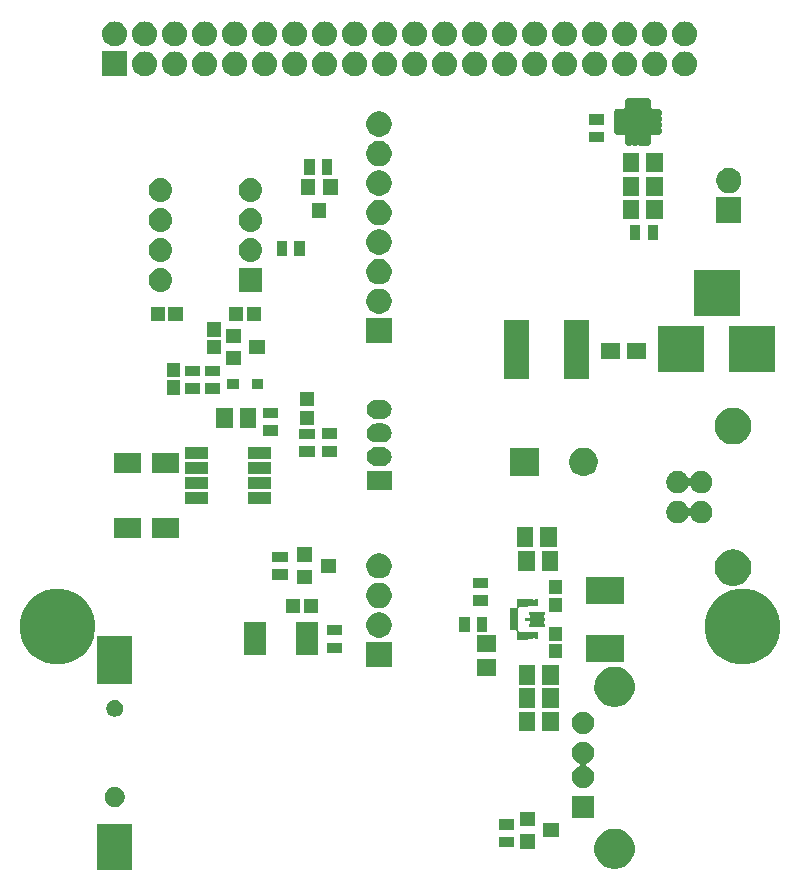
<source format=gbr>
G04 #@! TF.GenerationSoftware,KiCad,Pcbnew,5.0.2-bee76a0~70~ubuntu18.04.1*
G04 #@! TF.CreationDate,2019-04-01T17:44:37+13:00*
G04 #@! TF.ProjectId,pi-hat,70692d68-6174-42e6-9b69-6361645f7063,rev?*
G04 #@! TF.SameCoordinates,Original*
G04 #@! TF.FileFunction,Soldermask,Top*
G04 #@! TF.FilePolarity,Negative*
%FSLAX46Y46*%
G04 Gerber Fmt 4.6, Leading zero omitted, Abs format (unit mm)*
G04 Created by KiCad (PCBNEW 5.0.2-bee76a0~70~ubuntu18.04.1) date Mon 01 Apr 2019 17:44:37 NZDT*
%MOMM*%
%LPD*%
G01*
G04 APERTURE LIST*
%ADD10C,0.100000*%
G04 APERTURE END LIST*
D10*
G36*
X110000000Y-173270000D02*
X107000000Y-173270000D01*
X107000000Y-169330000D01*
X110000000Y-169330000D01*
X110000000Y-173270000D01*
X110000000Y-173270000D01*
G37*
G36*
X151216393Y-169803553D02*
X151325872Y-169825330D01*
X151635252Y-169953479D01*
X151913687Y-170139523D01*
X152150477Y-170376313D01*
X152336521Y-170654748D01*
X152464670Y-170964128D01*
X152530000Y-171292565D01*
X152530000Y-171627435D01*
X152464670Y-171955872D01*
X152336521Y-172265252D01*
X152150477Y-172543687D01*
X151913687Y-172780477D01*
X151635252Y-172966521D01*
X151325872Y-173094670D01*
X151216393Y-173116447D01*
X150997437Y-173160000D01*
X150662563Y-173160000D01*
X150443607Y-173116447D01*
X150334128Y-173094670D01*
X150024748Y-172966521D01*
X149746313Y-172780477D01*
X149509523Y-172543687D01*
X149323479Y-172265252D01*
X149195330Y-171955872D01*
X149130000Y-171627435D01*
X149130000Y-171292565D01*
X149195330Y-170964128D01*
X149323479Y-170654748D01*
X149509523Y-170376313D01*
X149746313Y-170139523D01*
X150024748Y-169953479D01*
X150334128Y-169825330D01*
X150443607Y-169803553D01*
X150662563Y-169760000D01*
X150997437Y-169760000D01*
X151216393Y-169803553D01*
X151216393Y-169803553D01*
G37*
G36*
X144110000Y-171450000D02*
X142810000Y-171450000D01*
X142810000Y-170250000D01*
X144110000Y-170250000D01*
X144110000Y-171450000D01*
X144110000Y-171450000D01*
G37*
G36*
X142310000Y-171350000D02*
X141010000Y-171350000D01*
X141010000Y-170450000D01*
X142310000Y-170450000D01*
X142310000Y-171350000D01*
X142310000Y-171350000D01*
G37*
G36*
X146110000Y-170500000D02*
X144810000Y-170500000D01*
X144810000Y-169300000D01*
X146110000Y-169300000D01*
X146110000Y-170500000D01*
X146110000Y-170500000D01*
G37*
G36*
X142310000Y-169850000D02*
X141010000Y-169850000D01*
X141010000Y-168950000D01*
X142310000Y-168950000D01*
X142310000Y-169850000D01*
X142310000Y-169850000D01*
G37*
G36*
X144110000Y-169550000D02*
X142810000Y-169550000D01*
X142810000Y-168350000D01*
X144110000Y-168350000D01*
X144110000Y-169550000D01*
X144110000Y-169550000D01*
G37*
G36*
X149110000Y-168850000D02*
X147210000Y-168850000D01*
X147210000Y-166950000D01*
X149110000Y-166950000D01*
X149110000Y-168850000D01*
X149110000Y-168850000D01*
G37*
G36*
X108747934Y-166252664D02*
X108902627Y-166316740D01*
X109041847Y-166409764D01*
X109160236Y-166528153D01*
X109253260Y-166667373D01*
X109317336Y-166822066D01*
X109350000Y-166986281D01*
X109350000Y-167153719D01*
X109317336Y-167317934D01*
X109253260Y-167472627D01*
X109160236Y-167611847D01*
X109041847Y-167730236D01*
X108902627Y-167823260D01*
X108747934Y-167887336D01*
X108583719Y-167920000D01*
X108416281Y-167920000D01*
X108252066Y-167887336D01*
X108097373Y-167823260D01*
X107958153Y-167730236D01*
X107839764Y-167611847D01*
X107746740Y-167472627D01*
X107682664Y-167317934D01*
X107650000Y-167153719D01*
X107650000Y-166986281D01*
X107682664Y-166822066D01*
X107746740Y-166667373D01*
X107839764Y-166528153D01*
X107958153Y-166409764D01*
X108097373Y-166316740D01*
X108252066Y-166252664D01*
X108416281Y-166220000D01*
X108583719Y-166220000D01*
X108747934Y-166252664D01*
X108747934Y-166252664D01*
G37*
G36*
X148299451Y-162389127D02*
X148437105Y-162416508D01*
X148609994Y-162488121D01*
X148765590Y-162592087D01*
X148897913Y-162724410D01*
X149001879Y-162880006D01*
X149073492Y-163052895D01*
X149110000Y-163236433D01*
X149110000Y-163423567D01*
X149073492Y-163607105D01*
X149001879Y-163779994D01*
X148897913Y-163935590D01*
X148765590Y-164067913D01*
X148609994Y-164171879D01*
X148470842Y-164229518D01*
X148449236Y-164241067D01*
X148430294Y-164256612D01*
X148414749Y-164275554D01*
X148403198Y-164297165D01*
X148396085Y-164320614D01*
X148393683Y-164345000D01*
X148396085Y-164369387D01*
X148403198Y-164392836D01*
X148414750Y-164414447D01*
X148430295Y-164433389D01*
X148449237Y-164448934D01*
X148470842Y-164460482D01*
X148609994Y-164518121D01*
X148765590Y-164622087D01*
X148897913Y-164754410D01*
X149001879Y-164910006D01*
X149073492Y-165082895D01*
X149110000Y-165266433D01*
X149110000Y-165453567D01*
X149073492Y-165637105D01*
X149001879Y-165809994D01*
X148897913Y-165965590D01*
X148765590Y-166097913D01*
X148609994Y-166201879D01*
X148437105Y-166273492D01*
X148299451Y-166300873D01*
X148253568Y-166310000D01*
X148066432Y-166310000D01*
X148020549Y-166300873D01*
X147882895Y-166273492D01*
X147710006Y-166201879D01*
X147554410Y-166097913D01*
X147422087Y-165965590D01*
X147318121Y-165809994D01*
X147246508Y-165637105D01*
X147210000Y-165453567D01*
X147210000Y-165266433D01*
X147246508Y-165082895D01*
X147318121Y-164910006D01*
X147422087Y-164754410D01*
X147554410Y-164622087D01*
X147710006Y-164518121D01*
X147849158Y-164460482D01*
X147870764Y-164448933D01*
X147889706Y-164433388D01*
X147905251Y-164414446D01*
X147916802Y-164392835D01*
X147923915Y-164369386D01*
X147926317Y-164345000D01*
X147923915Y-164320613D01*
X147916802Y-164297164D01*
X147905250Y-164275553D01*
X147889705Y-164256611D01*
X147870763Y-164241066D01*
X147849158Y-164229518D01*
X147710006Y-164171879D01*
X147554410Y-164067913D01*
X147422087Y-163935590D01*
X147318121Y-163779994D01*
X147246508Y-163607105D01*
X147210000Y-163423567D01*
X147210000Y-163236433D01*
X147246508Y-163052895D01*
X147318121Y-162880006D01*
X147422087Y-162724410D01*
X147554410Y-162592087D01*
X147710006Y-162488121D01*
X147882895Y-162416508D01*
X148020549Y-162389127D01*
X148066432Y-162380000D01*
X148253568Y-162380000D01*
X148299451Y-162389127D01*
X148299451Y-162389127D01*
G37*
G36*
X148287391Y-159846728D02*
X148437105Y-159876508D01*
X148609994Y-159948121D01*
X148765590Y-160052087D01*
X148897913Y-160184410D01*
X149001879Y-160340006D01*
X149073492Y-160512895D01*
X149110000Y-160696433D01*
X149110000Y-160883567D01*
X149073492Y-161067105D01*
X149001879Y-161239994D01*
X148897913Y-161395590D01*
X148765590Y-161527913D01*
X148609994Y-161631879D01*
X148437105Y-161703492D01*
X148299452Y-161730873D01*
X148253568Y-161740000D01*
X148066432Y-161740000D01*
X148020548Y-161730873D01*
X147882895Y-161703492D01*
X147710006Y-161631879D01*
X147554410Y-161527913D01*
X147422087Y-161395590D01*
X147318121Y-161239994D01*
X147246508Y-161067105D01*
X147210000Y-160883567D01*
X147210000Y-160696433D01*
X147246508Y-160512895D01*
X147318121Y-160340006D01*
X147422087Y-160184410D01*
X147554410Y-160052087D01*
X147710006Y-159948121D01*
X147882895Y-159876508D01*
X148032609Y-159846728D01*
X148066432Y-159840000D01*
X148253568Y-159840000D01*
X148287391Y-159846728D01*
X148287391Y-159846728D01*
G37*
G36*
X146127569Y-161496728D02*
X144727569Y-161496728D01*
X144727569Y-159846728D01*
X146127569Y-159846728D01*
X146127569Y-161496728D01*
X146127569Y-161496728D01*
G37*
G36*
X144127569Y-161496728D02*
X142727569Y-161496728D01*
X142727569Y-159846728D01*
X144127569Y-159846728D01*
X144127569Y-161496728D01*
X144127569Y-161496728D01*
G37*
G36*
X108704183Y-158896900D02*
X108831574Y-158949668D01*
X108946225Y-159026275D01*
X109043725Y-159123775D01*
X109120332Y-159238426D01*
X109173100Y-159365817D01*
X109200000Y-159501055D01*
X109200000Y-159638945D01*
X109173100Y-159774183D01*
X109145837Y-159840000D01*
X109120332Y-159901574D01*
X109089231Y-159948121D01*
X109043725Y-160016225D01*
X108946225Y-160113725D01*
X108831574Y-160190332D01*
X108704183Y-160243100D01*
X108568945Y-160270000D01*
X108431055Y-160270000D01*
X108295817Y-160243100D01*
X108168426Y-160190332D01*
X108053775Y-160113725D01*
X107956275Y-160016225D01*
X107910770Y-159948121D01*
X107879668Y-159901574D01*
X107854163Y-159840000D01*
X107826900Y-159774183D01*
X107800000Y-159638945D01*
X107800000Y-159501055D01*
X107826900Y-159365817D01*
X107879668Y-159238426D01*
X107956275Y-159123775D01*
X108053775Y-159026275D01*
X108168426Y-158949668D01*
X108295817Y-158896900D01*
X108431055Y-158870000D01*
X108568945Y-158870000D01*
X108704183Y-158896900D01*
X108704183Y-158896900D01*
G37*
G36*
X146127568Y-159528228D02*
X144727568Y-159528228D01*
X144727568Y-157878228D01*
X146127568Y-157878228D01*
X146127568Y-159528228D01*
X146127568Y-159528228D01*
G37*
G36*
X144127568Y-159528228D02*
X142727568Y-159528228D01*
X142727568Y-157878228D01*
X144127568Y-157878228D01*
X144127568Y-159528228D01*
X144127568Y-159528228D01*
G37*
G36*
X151216393Y-156083553D02*
X151325872Y-156105330D01*
X151635252Y-156233479D01*
X151913687Y-156419523D01*
X152150477Y-156656313D01*
X152336521Y-156934748D01*
X152464670Y-157244128D01*
X152464670Y-157244129D01*
X152521534Y-157530000D01*
X152530000Y-157572565D01*
X152530000Y-157907435D01*
X152464670Y-158235872D01*
X152336521Y-158545252D01*
X152150477Y-158823687D01*
X151913687Y-159060477D01*
X151635252Y-159246521D01*
X151325872Y-159374670D01*
X151216393Y-159396447D01*
X150997437Y-159440000D01*
X150662563Y-159440000D01*
X150443607Y-159396447D01*
X150334128Y-159374670D01*
X150024748Y-159246521D01*
X149746313Y-159060477D01*
X149509523Y-158823687D01*
X149323479Y-158545252D01*
X149195330Y-158235872D01*
X149130000Y-157907435D01*
X149130000Y-157572565D01*
X149138467Y-157530000D01*
X149195330Y-157244129D01*
X149195330Y-157244128D01*
X149323479Y-156934748D01*
X149509523Y-156656313D01*
X149746313Y-156419523D01*
X150024748Y-156233479D01*
X150334128Y-156105330D01*
X150443607Y-156083553D01*
X150662563Y-156040000D01*
X150997437Y-156040000D01*
X151216393Y-156083553D01*
X151216393Y-156083553D01*
G37*
G36*
X146127569Y-157559728D02*
X144727569Y-157559728D01*
X144727569Y-155909728D01*
X146127569Y-155909728D01*
X146127569Y-157559728D01*
X146127569Y-157559728D01*
G37*
G36*
X144127569Y-157559728D02*
X142727569Y-157559728D01*
X142727569Y-155909728D01*
X144127569Y-155909728D01*
X144127569Y-157559728D01*
X144127569Y-157559728D01*
G37*
G36*
X110000000Y-157530000D02*
X107000000Y-157530000D01*
X107000000Y-153530491D01*
X106997598Y-153506105D01*
X106990485Y-153482656D01*
X106983720Y-153470000D01*
X110000000Y-153470000D01*
X110000000Y-157530000D01*
X110000000Y-157530000D01*
G37*
G36*
X140825000Y-156800000D02*
X139175000Y-156800000D01*
X139175000Y-155400000D01*
X140825000Y-155400000D01*
X140825000Y-156800000D01*
X140825000Y-156800000D01*
G37*
G36*
X131975000Y-156075000D02*
X129825000Y-156075000D01*
X129825000Y-153925000D01*
X131975000Y-153925000D01*
X131975000Y-156075000D01*
X131975000Y-156075000D01*
G37*
G36*
X104593405Y-149572974D02*
X105175767Y-149814196D01*
X105699884Y-150164400D01*
X106145600Y-150610116D01*
X106495804Y-151134233D01*
X106737026Y-151716595D01*
X106860000Y-152334826D01*
X106860000Y-152965174D01*
X106789298Y-153320614D01*
X106786896Y-153345000D01*
X106789298Y-153369386D01*
X106796411Y-153392835D01*
X106807962Y-153414446D01*
X106814137Y-153421970D01*
X106805554Y-153426557D01*
X106786612Y-153442103D01*
X106771066Y-153461045D01*
X106759515Y-153482656D01*
X106752402Y-153506105D01*
X106737026Y-153583405D01*
X106495804Y-154165767D01*
X106145600Y-154689884D01*
X105699884Y-155135600D01*
X105175767Y-155485804D01*
X104593405Y-155727026D01*
X103975174Y-155850000D01*
X103344826Y-155850000D01*
X102726595Y-155727026D01*
X102144233Y-155485804D01*
X101620116Y-155135600D01*
X101174400Y-154689884D01*
X100824196Y-154165767D01*
X100582974Y-153583405D01*
X100460000Y-152965174D01*
X100460000Y-152334826D01*
X100582974Y-151716595D01*
X100824196Y-151134233D01*
X101174400Y-150610116D01*
X101620116Y-150164400D01*
X102144233Y-149814196D01*
X102726595Y-149572974D01*
X103344826Y-149450000D01*
X103975174Y-149450000D01*
X104593405Y-149572974D01*
X104593405Y-149572974D01*
G37*
G36*
X162593405Y-149572974D02*
X163175767Y-149814196D01*
X163699884Y-150164400D01*
X164145600Y-150610116D01*
X164495804Y-151134233D01*
X164737026Y-151716595D01*
X164860000Y-152334826D01*
X164860000Y-152965174D01*
X164737026Y-153583405D01*
X164495804Y-154165767D01*
X164145600Y-154689884D01*
X163699884Y-155135600D01*
X163175767Y-155485804D01*
X162593405Y-155727026D01*
X161975174Y-155850000D01*
X161344826Y-155850000D01*
X160726595Y-155727026D01*
X160144233Y-155485804D01*
X159620116Y-155135600D01*
X159174400Y-154689884D01*
X158824196Y-154165767D01*
X158582974Y-153583405D01*
X158460000Y-152965174D01*
X158460000Y-152334826D01*
X158582974Y-151716595D01*
X158824196Y-151134233D01*
X159174400Y-150610116D01*
X159620116Y-150164400D01*
X160144233Y-149814196D01*
X160726595Y-149572974D01*
X161344826Y-149450000D01*
X161975174Y-149450000D01*
X162593405Y-149572974D01*
X162593405Y-149572974D01*
G37*
G36*
X151635568Y-155629229D02*
X148435568Y-155629229D01*
X148435568Y-153329229D01*
X151635568Y-153329229D01*
X151635568Y-155629229D01*
X151635568Y-155629229D01*
G37*
G36*
X146419568Y-155347728D02*
X145269568Y-155347728D01*
X145269568Y-154147728D01*
X146419568Y-154147728D01*
X146419568Y-155347728D01*
X146419568Y-155347728D01*
G37*
G36*
X121325000Y-155075000D02*
X119475000Y-155075000D01*
X119475000Y-152275000D01*
X121325000Y-152275000D01*
X121325000Y-155075000D01*
X121325000Y-155075000D01*
G37*
G36*
X125725000Y-155075000D02*
X123875000Y-155075000D01*
X123875000Y-152275000D01*
X125725000Y-152275000D01*
X125725000Y-155075000D01*
X125725000Y-155075000D01*
G37*
G36*
X127750000Y-154900000D02*
X126450000Y-154900000D01*
X126450000Y-154000000D01*
X127750000Y-154000000D01*
X127750000Y-154900000D01*
X127750000Y-154900000D01*
G37*
G36*
X140825000Y-154800000D02*
X139175000Y-154800000D01*
X139175000Y-153400000D01*
X140825000Y-153400000D01*
X140825000Y-154800000D01*
X140825000Y-154800000D01*
G37*
G36*
X146419568Y-153847728D02*
X145269568Y-153847728D01*
X145269568Y-152647728D01*
X146419568Y-152647728D01*
X146419568Y-153847728D01*
X146419568Y-153847728D01*
G37*
G36*
X142935417Y-150287670D02*
X142941020Y-150290666D01*
X142948153Y-150295431D01*
X142970793Y-150304807D01*
X142994827Y-150309585D01*
X143019331Y-150309583D01*
X143043364Y-150304800D01*
X143066003Y-150295421D01*
X143073132Y-150290657D01*
X143078719Y-150287670D01*
X143083209Y-150287228D01*
X143430927Y-150287228D01*
X143433554Y-150287487D01*
X143436102Y-150292253D01*
X143449717Y-150312627D01*
X143467045Y-150329954D01*
X143487420Y-150343567D01*
X143510059Y-150352943D01*
X143534093Y-150357723D01*
X143558597Y-150357722D01*
X143582631Y-150352940D01*
X143605269Y-150343562D01*
X143614749Y-150337228D01*
X143885206Y-150337228D01*
X143887450Y-150348511D01*
X143896826Y-150371150D01*
X143910440Y-150391525D01*
X143927767Y-150408852D01*
X143948141Y-150422467D01*
X143970780Y-150431845D01*
X143994813Y-150436626D01*
X144019317Y-150436626D01*
X144043351Y-150431846D01*
X144065990Y-150422470D01*
X144086365Y-150408856D01*
X144103692Y-150391529D01*
X144117307Y-150371155D01*
X144126685Y-150348516D01*
X144128930Y-150337228D01*
X144382068Y-150337228D01*
X144382068Y-150937228D01*
X143614747Y-150937228D01*
X143605255Y-150930887D01*
X143582615Y-150921511D01*
X143558582Y-150916733D01*
X143534077Y-150916735D01*
X143510044Y-150921518D01*
X143487406Y-150930897D01*
X143467033Y-150944512D01*
X143449707Y-150961841D01*
X143436102Y-150982203D01*
X143433554Y-150986969D01*
X143430927Y-150987228D01*
X143083209Y-150987228D01*
X143078719Y-150986786D01*
X143073116Y-150983790D01*
X143065983Y-150979025D01*
X143043343Y-150969649D01*
X143019309Y-150964871D01*
X142994805Y-150964873D01*
X142970772Y-150969656D01*
X142948133Y-150979035D01*
X142941004Y-150983799D01*
X142935417Y-150986786D01*
X142930927Y-150987228D01*
X142807068Y-150987228D01*
X142782682Y-150989630D01*
X142759233Y-150996743D01*
X142737622Y-151008294D01*
X142718680Y-151023840D01*
X142703134Y-151042782D01*
X142691583Y-151064393D01*
X142684470Y-151087842D01*
X142682068Y-151112228D01*
X142682068Y-151461087D01*
X142681626Y-151465577D01*
X142678630Y-151471180D01*
X142673865Y-151478313D01*
X142664489Y-151500953D01*
X142659711Y-151524987D01*
X142659713Y-151549491D01*
X142664496Y-151573524D01*
X142673875Y-151596163D01*
X142678639Y-151603292D01*
X142681626Y-151608879D01*
X142682068Y-151613369D01*
X142682068Y-151961087D01*
X142681626Y-151965577D01*
X142678630Y-151971180D01*
X142673865Y-151978313D01*
X142664489Y-152000953D01*
X142659711Y-152024987D01*
X142659713Y-152049491D01*
X142664496Y-152073524D01*
X142673875Y-152096163D01*
X142678639Y-152103292D01*
X142681626Y-152108879D01*
X142682068Y-152113369D01*
X142682068Y-152461087D01*
X142681626Y-152465577D01*
X142678630Y-152471180D01*
X142673865Y-152478313D01*
X142664489Y-152500953D01*
X142659711Y-152524987D01*
X142659713Y-152549491D01*
X142664496Y-152573524D01*
X142673875Y-152596163D01*
X142678639Y-152603292D01*
X142681626Y-152608879D01*
X142682068Y-152613369D01*
X142682068Y-152962228D01*
X142684470Y-152986614D01*
X142691583Y-153010063D01*
X142703134Y-153031674D01*
X142718680Y-153050616D01*
X142737622Y-153066162D01*
X142759233Y-153077713D01*
X142782682Y-153084826D01*
X142807068Y-153087228D01*
X142930927Y-153087228D01*
X142935417Y-153087670D01*
X142941020Y-153090666D01*
X142948153Y-153095431D01*
X142970793Y-153104807D01*
X142994827Y-153109585D01*
X143019331Y-153109583D01*
X143043364Y-153104800D01*
X143066003Y-153095421D01*
X143073132Y-153090657D01*
X143078719Y-153087670D01*
X143083209Y-153087228D01*
X143430927Y-153087228D01*
X143433554Y-153087487D01*
X143436102Y-153092253D01*
X143449717Y-153112627D01*
X143467045Y-153129954D01*
X143487420Y-153143567D01*
X143510059Y-153152943D01*
X143534093Y-153157723D01*
X143558597Y-153157722D01*
X143582631Y-153152940D01*
X143605269Y-153143562D01*
X143614749Y-153137228D01*
X144382068Y-153137228D01*
X144382068Y-153737228D01*
X144128930Y-153737228D01*
X144126686Y-153725945D01*
X144117310Y-153703306D01*
X144103696Y-153682931D01*
X144086369Y-153665604D01*
X144065995Y-153651989D01*
X144043356Y-153642611D01*
X144019323Y-153637830D01*
X143994819Y-153637830D01*
X143970785Y-153642610D01*
X143948146Y-153651986D01*
X143927771Y-153665600D01*
X143910444Y-153682927D01*
X143896829Y-153703301D01*
X143887451Y-153725940D01*
X143885206Y-153737228D01*
X143614747Y-153737228D01*
X143605255Y-153730887D01*
X143582615Y-153721511D01*
X143558582Y-153716733D01*
X143534077Y-153716735D01*
X143510044Y-153721518D01*
X143487406Y-153730897D01*
X143467033Y-153744512D01*
X143449707Y-153761841D01*
X143436102Y-153782203D01*
X143433554Y-153786969D01*
X143430927Y-153787228D01*
X143083209Y-153787228D01*
X143078719Y-153786786D01*
X143073116Y-153783790D01*
X143065983Y-153779025D01*
X143043343Y-153769649D01*
X143019309Y-153764871D01*
X142994805Y-153764873D01*
X142970772Y-153769656D01*
X142948133Y-153779035D01*
X142941004Y-153783799D01*
X142935417Y-153786786D01*
X142930927Y-153787228D01*
X142583209Y-153787228D01*
X142582170Y-153787126D01*
X142582068Y-153786087D01*
X142582068Y-153087228D01*
X142579666Y-153062842D01*
X142572553Y-153039393D01*
X142561002Y-153017782D01*
X142545456Y-152998840D01*
X142526514Y-152983294D01*
X142504903Y-152971743D01*
X142481454Y-152964630D01*
X142457068Y-152962228D01*
X141983209Y-152962228D01*
X141982170Y-152962126D01*
X141982068Y-152961087D01*
X141982068Y-152613369D01*
X141982510Y-152608879D01*
X141985506Y-152603276D01*
X141990271Y-152596143D01*
X141999647Y-152573503D01*
X142004425Y-152549469D01*
X142004423Y-152524965D01*
X141999640Y-152500932D01*
X141990261Y-152478293D01*
X141985497Y-152471164D01*
X141982510Y-152465577D01*
X141982068Y-152461087D01*
X141982068Y-152113369D01*
X141982510Y-152108879D01*
X141985506Y-152103276D01*
X141990271Y-152096143D01*
X141999647Y-152073503D01*
X142004425Y-152049469D01*
X142004423Y-152024965D01*
X141999640Y-152000932D01*
X141990261Y-151978293D01*
X141985497Y-151971164D01*
X141982510Y-151965577D01*
X141982068Y-151961087D01*
X141982068Y-151613369D01*
X141982510Y-151608879D01*
X141985506Y-151603276D01*
X141990271Y-151596143D01*
X141999647Y-151573503D01*
X142004425Y-151549469D01*
X142004423Y-151524965D01*
X141999640Y-151500932D01*
X141990261Y-151478293D01*
X141985497Y-151471164D01*
X141982510Y-151465577D01*
X141982068Y-151461087D01*
X141982068Y-151113369D01*
X141982170Y-151112330D01*
X141983209Y-151112228D01*
X142457068Y-151112228D01*
X142481454Y-151109826D01*
X142504903Y-151102713D01*
X142526514Y-151091162D01*
X142545456Y-151075616D01*
X142561002Y-151056674D01*
X142572553Y-151035063D01*
X142579666Y-151011614D01*
X142582068Y-150987228D01*
X142582068Y-150288369D01*
X142582170Y-150287330D01*
X142583209Y-150287228D01*
X142930927Y-150287228D01*
X142935417Y-150287670D01*
X142935417Y-150287670D01*
G37*
G36*
X131213566Y-151466312D02*
X131409203Y-151547347D01*
X131585275Y-151664995D01*
X131735005Y-151814725D01*
X131852653Y-151990797D01*
X131933688Y-152186434D01*
X131975000Y-152394122D01*
X131975000Y-152605878D01*
X131933688Y-152813566D01*
X131852653Y-153009203D01*
X131735005Y-153185275D01*
X131585275Y-153335005D01*
X131409203Y-153452653D01*
X131221284Y-153530491D01*
X131213566Y-153533688D01*
X131005878Y-153575000D01*
X130794122Y-153575000D01*
X130586434Y-153533688D01*
X130578716Y-153530491D01*
X130390797Y-153452653D01*
X130214725Y-153335005D01*
X130064995Y-153185275D01*
X129947347Y-153009203D01*
X129866312Y-152813566D01*
X129825000Y-152605878D01*
X129825000Y-152394122D01*
X129866312Y-152186434D01*
X129947347Y-151990797D01*
X130064995Y-151814725D01*
X130214725Y-151664995D01*
X130390797Y-151547347D01*
X130586434Y-151466312D01*
X130794122Y-151425000D01*
X131005878Y-151425000D01*
X131213566Y-151466312D01*
X131213566Y-151466312D01*
G37*
G36*
X127750000Y-153400000D02*
X126450000Y-153400000D01*
X126450000Y-152500000D01*
X127750000Y-152500000D01*
X127750000Y-153400000D01*
X127750000Y-153400000D01*
G37*
G36*
X138550000Y-153100000D02*
X137650000Y-153100000D01*
X137650000Y-151800000D01*
X138550000Y-151800000D01*
X138550000Y-153100000D01*
X138550000Y-153100000D01*
G37*
G36*
X140050000Y-153100000D02*
X139150000Y-153100000D01*
X139150000Y-151800000D01*
X140050000Y-151800000D01*
X140050000Y-153100000D01*
X140050000Y-153100000D01*
G37*
G36*
X144932068Y-151665366D02*
X144920785Y-151667610D01*
X144898146Y-151676986D01*
X144877771Y-151690600D01*
X144860444Y-151707927D01*
X144846829Y-151728301D01*
X144837451Y-151750940D01*
X144832670Y-151774973D01*
X144832670Y-151799477D01*
X144837450Y-151823511D01*
X144846826Y-151846150D01*
X144860440Y-151866525D01*
X144877767Y-151883852D01*
X144898141Y-151897467D01*
X144920780Y-151906845D01*
X144932068Y-151909090D01*
X144932068Y-152165366D01*
X144920785Y-152167610D01*
X144898146Y-152176986D01*
X144877771Y-152190600D01*
X144860444Y-152207927D01*
X144846829Y-152228301D01*
X144837451Y-152250940D01*
X144832670Y-152274973D01*
X144832670Y-152299477D01*
X144837450Y-152323511D01*
X144846826Y-152346150D01*
X144860440Y-152366525D01*
X144877767Y-152383852D01*
X144898141Y-152397467D01*
X144920780Y-152406845D01*
X144932068Y-152409090D01*
X144932068Y-152662228D01*
X143582068Y-152662228D01*
X143582068Y-152409090D01*
X143593351Y-152406846D01*
X143615990Y-152397470D01*
X143636365Y-152383856D01*
X143653692Y-152366529D01*
X143667307Y-152346155D01*
X143676685Y-152323516D01*
X143681466Y-152299483D01*
X143681466Y-152274979D01*
X143676686Y-152250945D01*
X143667310Y-152228306D01*
X143653696Y-152207931D01*
X143636369Y-152190604D01*
X143615995Y-152176989D01*
X143593356Y-152167611D01*
X143569323Y-152162830D01*
X143557068Y-152162228D01*
X143232068Y-152162228D01*
X143232068Y-151912228D01*
X143557068Y-151912228D01*
X143581454Y-151909826D01*
X143604903Y-151902713D01*
X143626514Y-151891162D01*
X143645456Y-151875616D01*
X143661002Y-151856674D01*
X143672553Y-151835063D01*
X143679666Y-151811614D01*
X143682068Y-151787228D01*
X143679666Y-151762842D01*
X143672553Y-151739393D01*
X143661002Y-151717782D01*
X143645456Y-151698840D01*
X143626514Y-151683294D01*
X143604903Y-151671743D01*
X143582068Y-151664816D01*
X143582068Y-151412228D01*
X144932068Y-151412228D01*
X144932068Y-151665366D01*
X144932068Y-151665366D01*
G37*
G36*
X124200000Y-151475000D02*
X123000000Y-151475000D01*
X123000000Y-150325000D01*
X124200000Y-150325000D01*
X124200000Y-151475000D01*
X124200000Y-151475000D01*
G37*
G36*
X125700000Y-151475000D02*
X124500000Y-151475000D01*
X124500000Y-150325000D01*
X125700000Y-150325000D01*
X125700000Y-151475000D01*
X125700000Y-151475000D01*
G37*
G36*
X146419569Y-151410728D02*
X145269569Y-151410728D01*
X145269569Y-150210728D01*
X146419569Y-150210728D01*
X146419569Y-151410728D01*
X146419569Y-151410728D01*
G37*
G36*
X131213566Y-148966312D02*
X131409203Y-149047347D01*
X131585275Y-149164995D01*
X131735005Y-149314725D01*
X131852653Y-149490797D01*
X131933688Y-149686434D01*
X131975000Y-149894122D01*
X131975000Y-150105878D01*
X131933688Y-150313566D01*
X131852653Y-150509203D01*
X131735005Y-150685275D01*
X131585275Y-150835005D01*
X131409203Y-150952653D01*
X131213566Y-151033688D01*
X131005878Y-151075000D01*
X130794122Y-151075000D01*
X130586434Y-151033688D01*
X130390797Y-150952653D01*
X130214725Y-150835005D01*
X130064995Y-150685275D01*
X129947347Y-150509203D01*
X129866312Y-150313566D01*
X129825000Y-150105878D01*
X129825000Y-149894122D01*
X129866312Y-149686434D01*
X129947347Y-149490797D01*
X130064995Y-149314725D01*
X130214725Y-149164995D01*
X130390797Y-149047347D01*
X130586434Y-148966312D01*
X130794122Y-148925000D01*
X131005878Y-148925000D01*
X131213566Y-148966312D01*
X131213566Y-148966312D01*
G37*
G36*
X140150000Y-150900000D02*
X138850000Y-150900000D01*
X138850000Y-150000000D01*
X140150000Y-150000000D01*
X140150000Y-150900000D01*
X140150000Y-150900000D01*
G37*
G36*
X151635568Y-150729229D02*
X148435568Y-150729229D01*
X148435568Y-148429229D01*
X151635568Y-148429229D01*
X151635568Y-150729229D01*
X151635568Y-150729229D01*
G37*
G36*
X146419569Y-149910728D02*
X145269569Y-149910728D01*
X145269569Y-148710728D01*
X146419569Y-148710728D01*
X146419569Y-149910728D01*
X146419569Y-149910728D01*
G37*
G36*
X140150000Y-149400000D02*
X138850000Y-149400000D01*
X138850000Y-148500000D01*
X140150000Y-148500000D01*
X140150000Y-149400000D01*
X140150000Y-149400000D01*
G37*
G36*
X161112481Y-146139855D02*
X161312118Y-146179565D01*
X161491164Y-146253729D01*
X161594201Y-146296408D01*
X161848071Y-146466038D01*
X162063962Y-146681929D01*
X162233592Y-146935799D01*
X162233592Y-146935800D01*
X162350435Y-147217882D01*
X162410000Y-147517338D01*
X162410000Y-147822662D01*
X162350435Y-148122118D01*
X162324274Y-148185275D01*
X162233592Y-148404201D01*
X162063962Y-148658071D01*
X161848071Y-148873962D01*
X161594201Y-149043592D01*
X161500173Y-149082540D01*
X161312118Y-149160435D01*
X161112481Y-149200145D01*
X161012663Y-149220000D01*
X160707337Y-149220000D01*
X160607519Y-149200145D01*
X160407882Y-149160435D01*
X160219827Y-149082540D01*
X160125799Y-149043592D01*
X159871929Y-148873962D01*
X159656038Y-148658071D01*
X159486408Y-148404201D01*
X159395726Y-148185275D01*
X159369565Y-148122118D01*
X159310000Y-147822662D01*
X159310000Y-147517338D01*
X159369565Y-147217882D01*
X159486408Y-146935800D01*
X159486408Y-146935799D01*
X159656038Y-146681929D01*
X159871929Y-146466038D01*
X160125799Y-146296408D01*
X160228836Y-146253729D01*
X160407882Y-146179565D01*
X160607519Y-146139855D01*
X160707337Y-146120000D01*
X161012663Y-146120000D01*
X161112481Y-146139855D01*
X161112481Y-146139855D01*
G37*
G36*
X125250000Y-149050000D02*
X123950000Y-149050000D01*
X123950000Y-147850000D01*
X125250000Y-147850000D01*
X125250000Y-149050000D01*
X125250000Y-149050000D01*
G37*
G36*
X123150000Y-148700000D02*
X121850000Y-148700000D01*
X121850000Y-147800000D01*
X123150000Y-147800000D01*
X123150000Y-148700000D01*
X123150000Y-148700000D01*
G37*
G36*
X131213566Y-146466312D02*
X131409203Y-146547347D01*
X131585275Y-146664995D01*
X131735005Y-146814725D01*
X131852653Y-146990797D01*
X131933688Y-147186434D01*
X131975000Y-147394122D01*
X131975000Y-147605878D01*
X131933688Y-147813566D01*
X131852653Y-148009203D01*
X131735005Y-148185275D01*
X131585275Y-148335005D01*
X131409203Y-148452653D01*
X131213566Y-148533688D01*
X131005878Y-148575000D01*
X130794122Y-148575000D01*
X130586434Y-148533688D01*
X130390797Y-148452653D01*
X130214725Y-148335005D01*
X130064995Y-148185275D01*
X129947347Y-148009203D01*
X129866312Y-147813566D01*
X129825000Y-147605878D01*
X129825000Y-147394122D01*
X129866312Y-147186434D01*
X129947347Y-146990797D01*
X130064995Y-146814725D01*
X130214725Y-146664995D01*
X130390797Y-146547347D01*
X130586434Y-146466312D01*
X130794122Y-146425000D01*
X131005878Y-146425000D01*
X131213566Y-146466312D01*
X131213566Y-146466312D01*
G37*
G36*
X127250000Y-148100000D02*
X125950000Y-148100000D01*
X125950000Y-146900000D01*
X127250000Y-146900000D01*
X127250000Y-148100000D01*
X127250000Y-148100000D01*
G37*
G36*
X146064068Y-147903729D02*
X144664068Y-147903729D01*
X144664068Y-146253729D01*
X146064068Y-146253729D01*
X146064068Y-147903729D01*
X146064068Y-147903729D01*
G37*
G36*
X144064068Y-147903729D02*
X142664068Y-147903729D01*
X142664068Y-146253729D01*
X144064068Y-146253729D01*
X144064068Y-147903729D01*
X144064068Y-147903729D01*
G37*
G36*
X123150000Y-147200000D02*
X121850000Y-147200000D01*
X121850000Y-146300000D01*
X123150000Y-146300000D01*
X123150000Y-147200000D01*
X123150000Y-147200000D01*
G37*
G36*
X125250000Y-147150000D02*
X123950000Y-147150000D01*
X123950000Y-145950000D01*
X125250000Y-145950000D01*
X125250000Y-147150000D01*
X125250000Y-147150000D01*
G37*
G36*
X145950000Y-145875000D02*
X144550000Y-145875000D01*
X144550000Y-144225000D01*
X145950000Y-144225000D01*
X145950000Y-145875000D01*
X145950000Y-145875000D01*
G37*
G36*
X143950000Y-145875000D02*
X142550000Y-145875000D01*
X142550000Y-144225000D01*
X143950000Y-144225000D01*
X143950000Y-145875000D01*
X143950000Y-145875000D01*
G37*
G36*
X110750000Y-145150000D02*
X108450000Y-145150000D01*
X108450000Y-143450000D01*
X110750000Y-143450000D01*
X110750000Y-145150000D01*
X110750000Y-145150000D01*
G37*
G36*
X113950000Y-145150000D02*
X111650000Y-145150000D01*
X111650000Y-143450000D01*
X113950000Y-143450000D01*
X113950000Y-145150000D01*
X113950000Y-145150000D01*
G37*
G36*
X156347287Y-141998446D02*
X156440022Y-142016892D01*
X156614731Y-142089259D01*
X156769872Y-142192921D01*
X156771967Y-142194321D01*
X156905679Y-142328033D01*
X157010742Y-142485271D01*
X157044515Y-142566806D01*
X157056066Y-142588417D01*
X157071612Y-142607359D01*
X157090554Y-142622905D01*
X157112165Y-142634456D01*
X157135614Y-142641569D01*
X157160000Y-142643971D01*
X157184386Y-142641569D01*
X157207835Y-142634456D01*
X157229446Y-142622905D01*
X157248388Y-142607359D01*
X157263934Y-142588417D01*
X157275485Y-142566806D01*
X157309258Y-142485271D01*
X157414321Y-142328033D01*
X157548033Y-142194321D01*
X157550128Y-142192921D01*
X157705269Y-142089259D01*
X157879978Y-142016892D01*
X157972713Y-141998446D01*
X158065447Y-141980000D01*
X158254553Y-141980000D01*
X158347287Y-141998446D01*
X158440022Y-142016892D01*
X158614731Y-142089259D01*
X158769872Y-142192921D01*
X158771967Y-142194321D01*
X158905679Y-142328033D01*
X158905681Y-142328036D01*
X159010741Y-142485269D01*
X159083108Y-142659978D01*
X159120000Y-142845448D01*
X159120000Y-143034552D01*
X159083108Y-143220022D01*
X159072536Y-143245544D01*
X159010742Y-143394729D01*
X158905679Y-143551967D01*
X158771967Y-143685679D01*
X158771964Y-143685681D01*
X158614731Y-143790741D01*
X158440022Y-143863108D01*
X158347287Y-143881554D01*
X158254553Y-143900000D01*
X158065447Y-143900000D01*
X157972713Y-143881554D01*
X157879978Y-143863108D01*
X157705269Y-143790741D01*
X157548036Y-143685681D01*
X157548033Y-143685679D01*
X157414321Y-143551967D01*
X157309258Y-143394729D01*
X157275485Y-143313194D01*
X157263934Y-143291583D01*
X157248388Y-143272641D01*
X157229446Y-143257095D01*
X157207835Y-143245544D01*
X157184386Y-143238431D01*
X157160000Y-143236029D01*
X157135614Y-143238431D01*
X157112165Y-143245544D01*
X157090554Y-143257095D01*
X157071612Y-143272641D01*
X157056066Y-143291583D01*
X157044515Y-143313194D01*
X157010742Y-143394729D01*
X156905679Y-143551967D01*
X156771967Y-143685679D01*
X156771964Y-143685681D01*
X156614731Y-143790741D01*
X156440022Y-143863108D01*
X156347287Y-143881554D01*
X156254553Y-143900000D01*
X156065447Y-143900000D01*
X155972713Y-143881554D01*
X155879978Y-143863108D01*
X155705269Y-143790741D01*
X155548036Y-143685681D01*
X155548033Y-143685679D01*
X155414321Y-143551967D01*
X155309258Y-143394729D01*
X155247464Y-143245544D01*
X155236892Y-143220022D01*
X155200000Y-143034552D01*
X155200000Y-142845448D01*
X155236892Y-142659978D01*
X155309259Y-142485269D01*
X155414319Y-142328036D01*
X155414321Y-142328033D01*
X155548033Y-142194321D01*
X155550128Y-142192921D01*
X155705269Y-142089259D01*
X155879978Y-142016892D01*
X155972713Y-141998446D01*
X156065447Y-141980000D01*
X156254553Y-141980000D01*
X156347287Y-141998446D01*
X156347287Y-141998446D01*
G37*
G36*
X121775000Y-142240000D02*
X119825000Y-142240000D01*
X119825000Y-141240000D01*
X121775000Y-141240000D01*
X121775000Y-142240000D01*
X121775000Y-142240000D01*
G37*
G36*
X116375000Y-142240000D02*
X114425000Y-142240000D01*
X114425000Y-141240000D01*
X116375000Y-141240000D01*
X116375000Y-142240000D01*
X116375000Y-142240000D01*
G37*
G36*
X156304826Y-139450000D02*
X156440022Y-139476892D01*
X156614731Y-139549259D01*
X156738712Y-139632101D01*
X156771967Y-139654321D01*
X156905679Y-139788033D01*
X157010742Y-139945271D01*
X157044515Y-140026806D01*
X157056066Y-140048417D01*
X157071612Y-140067359D01*
X157090554Y-140082905D01*
X157112165Y-140094456D01*
X157135614Y-140101569D01*
X157160000Y-140103971D01*
X157184386Y-140101569D01*
X157207835Y-140094456D01*
X157229446Y-140082905D01*
X157248388Y-140067359D01*
X157263934Y-140048417D01*
X157275485Y-140026806D01*
X157309258Y-139945271D01*
X157414321Y-139788033D01*
X157548033Y-139654321D01*
X157581288Y-139632101D01*
X157705269Y-139549259D01*
X157879978Y-139476892D01*
X158015174Y-139450000D01*
X158065447Y-139440000D01*
X158254553Y-139440000D01*
X158304826Y-139450000D01*
X158440022Y-139476892D01*
X158614731Y-139549259D01*
X158738712Y-139632101D01*
X158771967Y-139654321D01*
X158905679Y-139788033D01*
X158905681Y-139788036D01*
X159010741Y-139945269D01*
X159083108Y-140119978D01*
X159120000Y-140305448D01*
X159120000Y-140494552D01*
X159083108Y-140680022D01*
X159010741Y-140854731D01*
X158907079Y-141009872D01*
X158905679Y-141011967D01*
X158771967Y-141145679D01*
X158771964Y-141145681D01*
X158614731Y-141250741D01*
X158440022Y-141323108D01*
X158347287Y-141341554D01*
X158254553Y-141360000D01*
X158065447Y-141360000D01*
X157972713Y-141341554D01*
X157879978Y-141323108D01*
X157705269Y-141250741D01*
X157548036Y-141145681D01*
X157548033Y-141145679D01*
X157414321Y-141011967D01*
X157412921Y-141009872D01*
X157309259Y-140854731D01*
X157275485Y-140773194D01*
X157263934Y-140751583D01*
X157248388Y-140732641D01*
X157229446Y-140717095D01*
X157207835Y-140705544D01*
X157184386Y-140698431D01*
X157160000Y-140696029D01*
X157135614Y-140698431D01*
X157112165Y-140705544D01*
X157090554Y-140717095D01*
X157071612Y-140732641D01*
X157056066Y-140751583D01*
X157044515Y-140773194D01*
X157010741Y-140854731D01*
X156907079Y-141009872D01*
X156905679Y-141011967D01*
X156771967Y-141145679D01*
X156771964Y-141145681D01*
X156614731Y-141250741D01*
X156440022Y-141323108D01*
X156347287Y-141341554D01*
X156254553Y-141360000D01*
X156065447Y-141360000D01*
X155972713Y-141341554D01*
X155879978Y-141323108D01*
X155705269Y-141250741D01*
X155548036Y-141145681D01*
X155548033Y-141145679D01*
X155414321Y-141011967D01*
X155412921Y-141009872D01*
X155309259Y-140854731D01*
X155236892Y-140680022D01*
X155200000Y-140494552D01*
X155200000Y-140305448D01*
X155236892Y-140119978D01*
X155309259Y-139945269D01*
X155414319Y-139788036D01*
X155414321Y-139788033D01*
X155548033Y-139654321D01*
X155581288Y-139632101D01*
X155705269Y-139549259D01*
X155879978Y-139476892D01*
X156015174Y-139450000D01*
X156065447Y-139440000D01*
X156254553Y-139440000D01*
X156304826Y-139450000D01*
X156304826Y-139450000D01*
G37*
G36*
X131950000Y-141050000D02*
X129850000Y-141050000D01*
X129850000Y-139450000D01*
X131950000Y-139450000D01*
X131950000Y-141050000D01*
X131950000Y-141050000D01*
G37*
G36*
X116375000Y-140970000D02*
X114425000Y-140970000D01*
X114425000Y-139970000D01*
X116375000Y-139970000D01*
X116375000Y-140970000D01*
X116375000Y-140970000D01*
G37*
G36*
X121775000Y-140970000D02*
X119825000Y-140970000D01*
X119825000Y-139970000D01*
X121775000Y-139970000D01*
X121775000Y-140970000D01*
X121775000Y-140970000D01*
G37*
G36*
X144400000Y-139900000D02*
X142000000Y-139900000D01*
X142000000Y-137500000D01*
X144400000Y-137500000D01*
X144400000Y-139900000D01*
X144400000Y-139900000D01*
G37*
G36*
X148550026Y-137546115D02*
X148768412Y-137636573D01*
X148964958Y-137767901D01*
X149132099Y-137935042D01*
X149263427Y-138131588D01*
X149353885Y-138349974D01*
X149400000Y-138581809D01*
X149400000Y-138818191D01*
X149353885Y-139050026D01*
X149263427Y-139268412D01*
X149132099Y-139464958D01*
X148964958Y-139632099D01*
X148768412Y-139763427D01*
X148550026Y-139853885D01*
X148318191Y-139900000D01*
X148081809Y-139900000D01*
X147849974Y-139853885D01*
X147631588Y-139763427D01*
X147435042Y-139632099D01*
X147267901Y-139464958D01*
X147136573Y-139268412D01*
X147046115Y-139050026D01*
X147000000Y-138818191D01*
X147000000Y-138581809D01*
X147046115Y-138349974D01*
X147136573Y-138131588D01*
X147267901Y-137935042D01*
X147435042Y-137767901D01*
X147631588Y-137636573D01*
X147849974Y-137546115D01*
X148081809Y-137500000D01*
X148318191Y-137500000D01*
X148550026Y-137546115D01*
X148550026Y-137546115D01*
G37*
G36*
X121775000Y-139700000D02*
X119825000Y-139700000D01*
X119825000Y-138700000D01*
X121775000Y-138700000D01*
X121775000Y-139700000D01*
X121775000Y-139700000D01*
G37*
G36*
X116375000Y-139700000D02*
X114425000Y-139700000D01*
X114425000Y-138700000D01*
X116375000Y-138700000D01*
X116375000Y-139700000D01*
X116375000Y-139700000D01*
G37*
G36*
X110750000Y-139650000D02*
X108450000Y-139650000D01*
X108450000Y-137950000D01*
X110750000Y-137950000D01*
X110750000Y-139650000D01*
X110750000Y-139650000D01*
G37*
G36*
X113950000Y-139650000D02*
X111650000Y-139650000D01*
X111650000Y-137950000D01*
X113950000Y-137950000D01*
X113950000Y-139650000D01*
X113950000Y-139650000D01*
G37*
G36*
X131267649Y-137457717D02*
X131306827Y-137461576D01*
X131382228Y-137484449D01*
X131457629Y-137507321D01*
X131596608Y-137581608D01*
X131718422Y-137681578D01*
X131818392Y-137803392D01*
X131892679Y-137942371D01*
X131892679Y-137942372D01*
X131938424Y-138093173D01*
X131953870Y-138250000D01*
X131938424Y-138406827D01*
X131915551Y-138482228D01*
X131892679Y-138557629D01*
X131818392Y-138696608D01*
X131718422Y-138818422D01*
X131596608Y-138918392D01*
X131457629Y-138992679D01*
X131382227Y-139015552D01*
X131306827Y-139038424D01*
X131267649Y-139042283D01*
X131189295Y-139050000D01*
X130610705Y-139050000D01*
X130532351Y-139042283D01*
X130493173Y-139038424D01*
X130417772Y-139015551D01*
X130342371Y-138992679D01*
X130203392Y-138918392D01*
X130081578Y-138818422D01*
X129981608Y-138696608D01*
X129907321Y-138557629D01*
X129884449Y-138482228D01*
X129861576Y-138406827D01*
X129846130Y-138250000D01*
X129861576Y-138093173D01*
X129907321Y-137942372D01*
X129907321Y-137942371D01*
X129981608Y-137803392D01*
X130081578Y-137681578D01*
X130203392Y-137581608D01*
X130342371Y-137507321D01*
X130417772Y-137484449D01*
X130493173Y-137461576D01*
X130532351Y-137457717D01*
X130610705Y-137450000D01*
X131189295Y-137450000D01*
X131267649Y-137457717D01*
X131267649Y-137457717D01*
G37*
G36*
X116375000Y-138430000D02*
X114425000Y-138430000D01*
X114425000Y-137430000D01*
X116375000Y-137430000D01*
X116375000Y-138430000D01*
X116375000Y-138430000D01*
G37*
G36*
X121775000Y-138430000D02*
X119825000Y-138430000D01*
X119825000Y-137430000D01*
X121775000Y-137430000D01*
X121775000Y-138430000D01*
X121775000Y-138430000D01*
G37*
G36*
X125450000Y-138300000D02*
X124150000Y-138300000D01*
X124150000Y-137400000D01*
X125450000Y-137400000D01*
X125450000Y-138300000D01*
X125450000Y-138300000D01*
G37*
G36*
X127350000Y-138250000D02*
X126050000Y-138250000D01*
X126050000Y-137350000D01*
X127350000Y-137350000D01*
X127350000Y-138250000D01*
X127350000Y-138250000D01*
G37*
G36*
X161112481Y-134139855D02*
X161312118Y-134179565D01*
X161482162Y-134250000D01*
X161594201Y-134296408D01*
X161848071Y-134466038D01*
X162063962Y-134681929D01*
X162233592Y-134935799D01*
X162233592Y-134935800D01*
X162350435Y-135217882D01*
X162410000Y-135517338D01*
X162410000Y-135822662D01*
X162350435Y-136122118D01*
X162297464Y-136250000D01*
X162233592Y-136404201D01*
X162063962Y-136658071D01*
X161848071Y-136873962D01*
X161594201Y-137043592D01*
X161500173Y-137082540D01*
X161312118Y-137160435D01*
X161112481Y-137200145D01*
X161012663Y-137220000D01*
X160707337Y-137220000D01*
X160607519Y-137200145D01*
X160407882Y-137160435D01*
X160219827Y-137082540D01*
X160125799Y-137043592D01*
X159871929Y-136873962D01*
X159656038Y-136658071D01*
X159486408Y-136404201D01*
X159422536Y-136250000D01*
X159369565Y-136122118D01*
X159310000Y-135822662D01*
X159310000Y-135517338D01*
X159369565Y-135217882D01*
X159486408Y-134935800D01*
X159486408Y-134935799D01*
X159656038Y-134681929D01*
X159871929Y-134466038D01*
X160125799Y-134296408D01*
X160237838Y-134250000D01*
X160407882Y-134179565D01*
X160607519Y-134139855D01*
X160707337Y-134120000D01*
X161012663Y-134120000D01*
X161112481Y-134139855D01*
X161112481Y-134139855D01*
G37*
G36*
X131267649Y-135457717D02*
X131306827Y-135461576D01*
X131382227Y-135484448D01*
X131457629Y-135507321D01*
X131596608Y-135581608D01*
X131718422Y-135681578D01*
X131818392Y-135803392D01*
X131892679Y-135942371D01*
X131938424Y-136093174D01*
X131953870Y-136250000D01*
X131938424Y-136406826D01*
X131892679Y-136557629D01*
X131818392Y-136696608D01*
X131718422Y-136818422D01*
X131596608Y-136918392D01*
X131457629Y-136992679D01*
X131382228Y-137015551D01*
X131306827Y-137038424D01*
X131267649Y-137042283D01*
X131189295Y-137050000D01*
X130610705Y-137050000D01*
X130532351Y-137042283D01*
X130493173Y-137038424D01*
X130417772Y-137015551D01*
X130342371Y-136992679D01*
X130203392Y-136918392D01*
X130081578Y-136818422D01*
X129981608Y-136696608D01*
X129907321Y-136557629D01*
X129861576Y-136406826D01*
X129846130Y-136250000D01*
X129861576Y-136093174D01*
X129907321Y-135942371D01*
X129981608Y-135803392D01*
X130081578Y-135681578D01*
X130203392Y-135581608D01*
X130342371Y-135507321D01*
X130417773Y-135484448D01*
X130493173Y-135461576D01*
X130532351Y-135457717D01*
X130610705Y-135450000D01*
X131189295Y-135450000D01*
X131267649Y-135457717D01*
X131267649Y-135457717D01*
G37*
G36*
X125450000Y-136800000D02*
X124150000Y-136800000D01*
X124150000Y-135900000D01*
X125450000Y-135900000D01*
X125450000Y-136800000D01*
X125450000Y-136800000D01*
G37*
G36*
X127350000Y-136750000D02*
X126050000Y-136750000D01*
X126050000Y-135850000D01*
X127350000Y-135850000D01*
X127350000Y-136750000D01*
X127350000Y-136750000D01*
G37*
G36*
X122350000Y-136500000D02*
X121050000Y-136500000D01*
X121050000Y-135600000D01*
X122350000Y-135600000D01*
X122350000Y-136500000D01*
X122350000Y-136500000D01*
G37*
G36*
X120500000Y-135825000D02*
X119100000Y-135825000D01*
X119100000Y-134175000D01*
X120500000Y-134175000D01*
X120500000Y-135825000D01*
X120500000Y-135825000D01*
G37*
G36*
X118500000Y-135825000D02*
X117100000Y-135825000D01*
X117100000Y-134175000D01*
X118500000Y-134175000D01*
X118500000Y-135825000D01*
X118500000Y-135825000D01*
G37*
G36*
X125400000Y-135600000D02*
X124200000Y-135600000D01*
X124200000Y-134400000D01*
X125400000Y-134400000D01*
X125400000Y-135600000D01*
X125400000Y-135600000D01*
G37*
G36*
X131267649Y-133457717D02*
X131306827Y-133461576D01*
X131382228Y-133484449D01*
X131457629Y-133507321D01*
X131596608Y-133581608D01*
X131718422Y-133681578D01*
X131818392Y-133803392D01*
X131892679Y-133942371D01*
X131892679Y-133942372D01*
X131938424Y-134093173D01*
X131953870Y-134250000D01*
X131938424Y-134406827D01*
X131915552Y-134482227D01*
X131892679Y-134557629D01*
X131818392Y-134696608D01*
X131718422Y-134818422D01*
X131596608Y-134918392D01*
X131457629Y-134992679D01*
X131382227Y-135015552D01*
X131306827Y-135038424D01*
X131267649Y-135042283D01*
X131189295Y-135050000D01*
X130610705Y-135050000D01*
X130532351Y-135042283D01*
X130493173Y-135038424D01*
X130417773Y-135015552D01*
X130342371Y-134992679D01*
X130203392Y-134918392D01*
X130081578Y-134818422D01*
X129981608Y-134696608D01*
X129907321Y-134557629D01*
X129884448Y-134482227D01*
X129861576Y-134406827D01*
X129846130Y-134250000D01*
X129861576Y-134093173D01*
X129907321Y-133942372D01*
X129907321Y-133942371D01*
X129981608Y-133803392D01*
X130081578Y-133681578D01*
X130203392Y-133581608D01*
X130342371Y-133507321D01*
X130417773Y-133484448D01*
X130493173Y-133461576D01*
X130532351Y-133457717D01*
X130610705Y-133450000D01*
X131189295Y-133450000D01*
X131267649Y-133457717D01*
X131267649Y-133457717D01*
G37*
G36*
X122350000Y-135000000D02*
X121050000Y-135000000D01*
X121050000Y-134100000D01*
X122350000Y-134100000D01*
X122350000Y-135000000D01*
X122350000Y-135000000D01*
G37*
G36*
X125400000Y-134000000D02*
X124200000Y-134000000D01*
X124200000Y-132800000D01*
X125400000Y-132800000D01*
X125400000Y-134000000D01*
X125400000Y-134000000D01*
G37*
G36*
X114075000Y-133000000D02*
X112925000Y-133000000D01*
X112925000Y-131800000D01*
X114075000Y-131800000D01*
X114075000Y-133000000D01*
X114075000Y-133000000D01*
G37*
G36*
X117450000Y-132950000D02*
X116150000Y-132950000D01*
X116150000Y-132050000D01*
X117450000Y-132050000D01*
X117450000Y-132950000D01*
X117450000Y-132950000D01*
G37*
G36*
X115750000Y-132950000D02*
X114450000Y-132950000D01*
X114450000Y-132050000D01*
X115750000Y-132050000D01*
X115750000Y-132950000D01*
X115750000Y-132950000D01*
G37*
G36*
X119000000Y-132525000D02*
X118000000Y-132525000D01*
X118000000Y-131675000D01*
X119000000Y-131675000D01*
X119000000Y-132525000D01*
X119000000Y-132525000D01*
G37*
G36*
X121100000Y-132525000D02*
X120100000Y-132525000D01*
X120100000Y-131675000D01*
X121100000Y-131675000D01*
X121100000Y-132525000D01*
X121100000Y-132525000D01*
G37*
G36*
X143610000Y-131660000D02*
X141430000Y-131660000D01*
X141430000Y-126730000D01*
X143610000Y-126730000D01*
X143610000Y-131660000D01*
X143610000Y-131660000D01*
G37*
G36*
X148690000Y-131660000D02*
X146510000Y-131660000D01*
X146510000Y-126730000D01*
X148690000Y-126730000D01*
X148690000Y-131660000D01*
X148690000Y-131660000D01*
G37*
G36*
X114075000Y-131500000D02*
X112925000Y-131500000D01*
X112925000Y-130300000D01*
X114075000Y-130300000D01*
X114075000Y-131500000D01*
X114075000Y-131500000D01*
G37*
G36*
X117450000Y-131450000D02*
X116150000Y-131450000D01*
X116150000Y-130550000D01*
X117450000Y-130550000D01*
X117450000Y-131450000D01*
X117450000Y-131450000D01*
G37*
G36*
X115750000Y-131450000D02*
X114450000Y-131450000D01*
X114450000Y-130550000D01*
X115750000Y-130550000D01*
X115750000Y-131450000D01*
X115750000Y-131450000D01*
G37*
G36*
X158434000Y-131066000D02*
X154534000Y-131066000D01*
X154534000Y-127166000D01*
X158434000Y-127166000D01*
X158434000Y-131066000D01*
X158434000Y-131066000D01*
G37*
G36*
X164434000Y-131066000D02*
X160534000Y-131066000D01*
X160534000Y-127166000D01*
X164434000Y-127166000D01*
X164434000Y-131066000D01*
X164434000Y-131066000D01*
G37*
G36*
X119205001Y-130525001D02*
X117905001Y-130525001D01*
X117905001Y-129325001D01*
X119205001Y-129325001D01*
X119205001Y-130525001D01*
X119205001Y-130525001D01*
G37*
G36*
X151300000Y-129950000D02*
X149700000Y-129950000D01*
X149700000Y-128650000D01*
X151300000Y-128650000D01*
X151300000Y-129950000D01*
X151300000Y-129950000D01*
G37*
G36*
X153500000Y-129950000D02*
X151900000Y-129950000D01*
X151900000Y-128650000D01*
X153500000Y-128650000D01*
X153500000Y-129950000D01*
X153500000Y-129950000D01*
G37*
G36*
X117475000Y-129600000D02*
X116325000Y-129600000D01*
X116325000Y-128400000D01*
X117475000Y-128400000D01*
X117475000Y-129600000D01*
X117475000Y-129600000D01*
G37*
G36*
X121205001Y-129575001D02*
X119905001Y-129575001D01*
X119905001Y-128375001D01*
X121205001Y-128375001D01*
X121205001Y-129575001D01*
X121205001Y-129575001D01*
G37*
G36*
X131975000Y-128675000D02*
X129825000Y-128675000D01*
X129825000Y-126525000D01*
X131975000Y-126525000D01*
X131975000Y-128675000D01*
X131975000Y-128675000D01*
G37*
G36*
X119205001Y-128625001D02*
X117905001Y-128625001D01*
X117905001Y-127425001D01*
X119205001Y-127425001D01*
X119205001Y-128625001D01*
X119205001Y-128625001D01*
G37*
G36*
X117475000Y-128100000D02*
X116325000Y-128100000D01*
X116325000Y-126900000D01*
X117475000Y-126900000D01*
X117475000Y-128100000D01*
X117475000Y-128100000D01*
G37*
G36*
X120900000Y-126775000D02*
X119700000Y-126775000D01*
X119700000Y-125625000D01*
X120900000Y-125625000D01*
X120900000Y-126775000D01*
X120900000Y-126775000D01*
G37*
G36*
X119400000Y-126775000D02*
X118200000Y-126775000D01*
X118200000Y-125625000D01*
X119400000Y-125625000D01*
X119400000Y-126775000D01*
X119400000Y-126775000D01*
G37*
G36*
X114250000Y-126775000D02*
X113050000Y-126775000D01*
X113050000Y-125625000D01*
X114250000Y-125625000D01*
X114250000Y-126775000D01*
X114250000Y-126775000D01*
G37*
G36*
X112750000Y-126775000D02*
X111550000Y-126775000D01*
X111550000Y-125625000D01*
X112750000Y-125625000D01*
X112750000Y-126775000D01*
X112750000Y-126775000D01*
G37*
G36*
X161434000Y-126366000D02*
X157534000Y-126366000D01*
X157534000Y-122466000D01*
X161434000Y-122466000D01*
X161434000Y-126366000D01*
X161434000Y-126366000D01*
G37*
G36*
X131213566Y-124066312D02*
X131409203Y-124147347D01*
X131585275Y-124264995D01*
X131735005Y-124414725D01*
X131852653Y-124590797D01*
X131933688Y-124786434D01*
X131975000Y-124994122D01*
X131975000Y-125205878D01*
X131933688Y-125413566D01*
X131852653Y-125609203D01*
X131735005Y-125785275D01*
X131585275Y-125935005D01*
X131409203Y-126052653D01*
X131213566Y-126133688D01*
X131005878Y-126175000D01*
X130794122Y-126175000D01*
X130586434Y-126133688D01*
X130390797Y-126052653D01*
X130214725Y-125935005D01*
X130064995Y-125785275D01*
X129947347Y-125609203D01*
X129866312Y-125413566D01*
X129825000Y-125205878D01*
X129825000Y-124994122D01*
X129866312Y-124786434D01*
X129947347Y-124590797D01*
X130064995Y-124414725D01*
X130214725Y-124264995D01*
X130390797Y-124147347D01*
X130586434Y-124066312D01*
X130794122Y-124025000D01*
X131005878Y-124025000D01*
X131213566Y-124066312D01*
X131213566Y-124066312D01*
G37*
G36*
X121000000Y-124300000D02*
X119000000Y-124300000D01*
X119000000Y-122300000D01*
X121000000Y-122300000D01*
X121000000Y-124300000D01*
X121000000Y-124300000D01*
G37*
G36*
X112576030Y-122314469D02*
X112576033Y-122314470D01*
X112576034Y-122314470D01*
X112764535Y-122371651D01*
X112764537Y-122371652D01*
X112938260Y-122464509D01*
X113090528Y-122589472D01*
X113215491Y-122741740D01*
X113308348Y-122915463D01*
X113365531Y-123103970D01*
X113384838Y-123300000D01*
X113365531Y-123496030D01*
X113308348Y-123684537D01*
X113215491Y-123858260D01*
X113090528Y-124010528D01*
X112938260Y-124135491D01*
X112938258Y-124135492D01*
X112764535Y-124228349D01*
X112576034Y-124285530D01*
X112576033Y-124285530D01*
X112576030Y-124285531D01*
X112429124Y-124300000D01*
X112330876Y-124300000D01*
X112183970Y-124285531D01*
X112183967Y-124285530D01*
X112183966Y-124285530D01*
X111995465Y-124228349D01*
X111821742Y-124135492D01*
X111821740Y-124135491D01*
X111669472Y-124010528D01*
X111544509Y-123858260D01*
X111451652Y-123684537D01*
X111394469Y-123496030D01*
X111375162Y-123300000D01*
X111394469Y-123103970D01*
X111451652Y-122915463D01*
X111544509Y-122741740D01*
X111669472Y-122589472D01*
X111821740Y-122464509D01*
X111995463Y-122371652D01*
X111995465Y-122371651D01*
X112183966Y-122314470D01*
X112183967Y-122314470D01*
X112183970Y-122314469D01*
X112330876Y-122300000D01*
X112429124Y-122300000D01*
X112576030Y-122314469D01*
X112576030Y-122314469D01*
G37*
G36*
X131213566Y-121566312D02*
X131409203Y-121647347D01*
X131585275Y-121764995D01*
X131735005Y-121914725D01*
X131852653Y-122090797D01*
X131933688Y-122286434D01*
X131975000Y-122494122D01*
X131975000Y-122705878D01*
X131933688Y-122913566D01*
X131852653Y-123109203D01*
X131735005Y-123285275D01*
X131585275Y-123435005D01*
X131409203Y-123552653D01*
X131213566Y-123633688D01*
X131005878Y-123675000D01*
X130794122Y-123675000D01*
X130586434Y-123633688D01*
X130390797Y-123552653D01*
X130214725Y-123435005D01*
X130064995Y-123285275D01*
X129947347Y-123109203D01*
X129866312Y-122913566D01*
X129825000Y-122705878D01*
X129825000Y-122494122D01*
X129866312Y-122286434D01*
X129947347Y-122090797D01*
X130064995Y-121914725D01*
X130214725Y-121764995D01*
X130390797Y-121647347D01*
X130586434Y-121566312D01*
X130794122Y-121525000D01*
X131005878Y-121525000D01*
X131213566Y-121566312D01*
X131213566Y-121566312D01*
G37*
G36*
X112576030Y-119774469D02*
X112576033Y-119774470D01*
X112576034Y-119774470D01*
X112764535Y-119831651D01*
X112764537Y-119831652D01*
X112938260Y-119924509D01*
X113090528Y-120049472D01*
X113215491Y-120201740D01*
X113215492Y-120201742D01*
X113308349Y-120375465D01*
X113365530Y-120563966D01*
X113365531Y-120563970D01*
X113384838Y-120760000D01*
X113365531Y-120956030D01*
X113308348Y-121144537D01*
X113215491Y-121318260D01*
X113090528Y-121470528D01*
X112938260Y-121595491D01*
X112764537Y-121688348D01*
X112764535Y-121688349D01*
X112576034Y-121745530D01*
X112576033Y-121745530D01*
X112576030Y-121745531D01*
X112429124Y-121760000D01*
X112330876Y-121760000D01*
X112183970Y-121745531D01*
X112183967Y-121745530D01*
X112183966Y-121745530D01*
X111995465Y-121688349D01*
X111995463Y-121688348D01*
X111821740Y-121595491D01*
X111669472Y-121470528D01*
X111544509Y-121318260D01*
X111451652Y-121144537D01*
X111394469Y-120956030D01*
X111375162Y-120760000D01*
X111394469Y-120563970D01*
X111394470Y-120563966D01*
X111451651Y-120375465D01*
X111544508Y-120201742D01*
X111544509Y-120201740D01*
X111669472Y-120049472D01*
X111821740Y-119924509D01*
X111995463Y-119831652D01*
X111995465Y-119831651D01*
X112183966Y-119774470D01*
X112183967Y-119774470D01*
X112183970Y-119774469D01*
X112330876Y-119760000D01*
X112429124Y-119760000D01*
X112576030Y-119774469D01*
X112576030Y-119774469D01*
G37*
G36*
X120196030Y-119774469D02*
X120196033Y-119774470D01*
X120196034Y-119774470D01*
X120384535Y-119831651D01*
X120384537Y-119831652D01*
X120558260Y-119924509D01*
X120710528Y-120049472D01*
X120835491Y-120201740D01*
X120835492Y-120201742D01*
X120928349Y-120375465D01*
X120985530Y-120563966D01*
X120985531Y-120563970D01*
X121004838Y-120760000D01*
X120985531Y-120956030D01*
X120928348Y-121144537D01*
X120835491Y-121318260D01*
X120710528Y-121470528D01*
X120558260Y-121595491D01*
X120384537Y-121688348D01*
X120384535Y-121688349D01*
X120196034Y-121745530D01*
X120196033Y-121745530D01*
X120196030Y-121745531D01*
X120049124Y-121760000D01*
X119950876Y-121760000D01*
X119803970Y-121745531D01*
X119803967Y-121745530D01*
X119803966Y-121745530D01*
X119615465Y-121688349D01*
X119615463Y-121688348D01*
X119441740Y-121595491D01*
X119289472Y-121470528D01*
X119164509Y-121318260D01*
X119071652Y-121144537D01*
X119014469Y-120956030D01*
X118995162Y-120760000D01*
X119014469Y-120563970D01*
X119014470Y-120563966D01*
X119071651Y-120375465D01*
X119164508Y-120201742D01*
X119164509Y-120201740D01*
X119289472Y-120049472D01*
X119441740Y-119924509D01*
X119615463Y-119831652D01*
X119615465Y-119831651D01*
X119803966Y-119774470D01*
X119803967Y-119774470D01*
X119803970Y-119774469D01*
X119950876Y-119760000D01*
X120049124Y-119760000D01*
X120196030Y-119774469D01*
X120196030Y-119774469D01*
G37*
G36*
X123110000Y-121300000D02*
X122210000Y-121300000D01*
X122210000Y-120000000D01*
X123110000Y-120000000D01*
X123110000Y-121300000D01*
X123110000Y-121300000D01*
G37*
G36*
X124610000Y-121300000D02*
X123710000Y-121300000D01*
X123710000Y-120000000D01*
X124610000Y-120000000D01*
X124610000Y-121300000D01*
X124610000Y-121300000D01*
G37*
G36*
X131213566Y-119066312D02*
X131409203Y-119147347D01*
X131585275Y-119264995D01*
X131735005Y-119414725D01*
X131852653Y-119590797D01*
X131933688Y-119786434D01*
X131975000Y-119994122D01*
X131975000Y-120205878D01*
X131933688Y-120413566D01*
X131852653Y-120609203D01*
X131735005Y-120785275D01*
X131585275Y-120935005D01*
X131409203Y-121052653D01*
X131213566Y-121133688D01*
X131005878Y-121175000D01*
X130794122Y-121175000D01*
X130586434Y-121133688D01*
X130390797Y-121052653D01*
X130214725Y-120935005D01*
X130064995Y-120785275D01*
X129947347Y-120609203D01*
X129866312Y-120413566D01*
X129825000Y-120205878D01*
X129825000Y-119994122D01*
X129866312Y-119786434D01*
X129947347Y-119590797D01*
X130064995Y-119414725D01*
X130214725Y-119264995D01*
X130390797Y-119147347D01*
X130586434Y-119066312D01*
X130794122Y-119025000D01*
X131005878Y-119025000D01*
X131213566Y-119066312D01*
X131213566Y-119066312D01*
G37*
G36*
X153020457Y-119950423D02*
X152120457Y-119950423D01*
X152120457Y-118650423D01*
X153020457Y-118650423D01*
X153020457Y-119950423D01*
X153020457Y-119950423D01*
G37*
G36*
X154520457Y-119950423D02*
X153620457Y-119950423D01*
X153620457Y-118650423D01*
X154520457Y-118650423D01*
X154520457Y-119950423D01*
X154520457Y-119950423D01*
G37*
G36*
X120196030Y-117234469D02*
X120196033Y-117234470D01*
X120196034Y-117234470D01*
X120384535Y-117291651D01*
X120384537Y-117291652D01*
X120558260Y-117384509D01*
X120710528Y-117509472D01*
X120835491Y-117661740D01*
X120835492Y-117661742D01*
X120928349Y-117835465D01*
X120985530Y-118023966D01*
X120985531Y-118023970D01*
X121004838Y-118220000D01*
X120985531Y-118416030D01*
X120985530Y-118416033D01*
X120985530Y-118416034D01*
X120975227Y-118450000D01*
X120928348Y-118604537D01*
X120835491Y-118778260D01*
X120710528Y-118930528D01*
X120558260Y-119055491D01*
X120558258Y-119055492D01*
X120384535Y-119148349D01*
X120196034Y-119205530D01*
X120196033Y-119205530D01*
X120196030Y-119205531D01*
X120049124Y-119220000D01*
X119950876Y-119220000D01*
X119803970Y-119205531D01*
X119803967Y-119205530D01*
X119803966Y-119205530D01*
X119615465Y-119148349D01*
X119441742Y-119055492D01*
X119441740Y-119055491D01*
X119289472Y-118930528D01*
X119164509Y-118778260D01*
X119071652Y-118604537D01*
X119024774Y-118450000D01*
X119014470Y-118416034D01*
X119014470Y-118416033D01*
X119014469Y-118416030D01*
X118995162Y-118220000D01*
X119014469Y-118023970D01*
X119014470Y-118023966D01*
X119071651Y-117835465D01*
X119164508Y-117661742D01*
X119164509Y-117661740D01*
X119289472Y-117509472D01*
X119441740Y-117384509D01*
X119615463Y-117291652D01*
X119615465Y-117291651D01*
X119803966Y-117234470D01*
X119803967Y-117234470D01*
X119803970Y-117234469D01*
X119950876Y-117220000D01*
X120049124Y-117220000D01*
X120196030Y-117234469D01*
X120196030Y-117234469D01*
G37*
G36*
X112576030Y-117234469D02*
X112576033Y-117234470D01*
X112576034Y-117234470D01*
X112764535Y-117291651D01*
X112764537Y-117291652D01*
X112938260Y-117384509D01*
X113090528Y-117509472D01*
X113215491Y-117661740D01*
X113215492Y-117661742D01*
X113308349Y-117835465D01*
X113365530Y-118023966D01*
X113365531Y-118023970D01*
X113384838Y-118220000D01*
X113365531Y-118416030D01*
X113365530Y-118416033D01*
X113365530Y-118416034D01*
X113355227Y-118450000D01*
X113308348Y-118604537D01*
X113215491Y-118778260D01*
X113090528Y-118930528D01*
X112938260Y-119055491D01*
X112938258Y-119055492D01*
X112764535Y-119148349D01*
X112576034Y-119205530D01*
X112576033Y-119205530D01*
X112576030Y-119205531D01*
X112429124Y-119220000D01*
X112330876Y-119220000D01*
X112183970Y-119205531D01*
X112183967Y-119205530D01*
X112183966Y-119205530D01*
X111995465Y-119148349D01*
X111821742Y-119055492D01*
X111821740Y-119055491D01*
X111669472Y-118930528D01*
X111544509Y-118778260D01*
X111451652Y-118604537D01*
X111404774Y-118450000D01*
X111394470Y-118416034D01*
X111394470Y-118416033D01*
X111394469Y-118416030D01*
X111375162Y-118220000D01*
X111394469Y-118023970D01*
X111394470Y-118023966D01*
X111451651Y-117835465D01*
X111544508Y-117661742D01*
X111544509Y-117661740D01*
X111669472Y-117509472D01*
X111821740Y-117384509D01*
X111995463Y-117291652D01*
X111995465Y-117291651D01*
X112183966Y-117234470D01*
X112183967Y-117234470D01*
X112183970Y-117234469D01*
X112330876Y-117220000D01*
X112429124Y-117220000D01*
X112576030Y-117234469D01*
X112576030Y-117234469D01*
G37*
G36*
X131213566Y-116566312D02*
X131409203Y-116647347D01*
X131585275Y-116764995D01*
X131735005Y-116914725D01*
X131852653Y-117090797D01*
X131933688Y-117286434D01*
X131975000Y-117494122D01*
X131975000Y-117705878D01*
X131933688Y-117913566D01*
X131852653Y-118109203D01*
X131735005Y-118285275D01*
X131585275Y-118435005D01*
X131409203Y-118552653D01*
X131213566Y-118633688D01*
X131005878Y-118675000D01*
X130794122Y-118675000D01*
X130586434Y-118633688D01*
X130390797Y-118552653D01*
X130214725Y-118435005D01*
X130064995Y-118285275D01*
X129947347Y-118109203D01*
X129866312Y-117913566D01*
X129825000Y-117705878D01*
X129825000Y-117494122D01*
X129866312Y-117286434D01*
X129947347Y-117090797D01*
X130064995Y-116914725D01*
X130214725Y-116764995D01*
X130390797Y-116647347D01*
X130586434Y-116566312D01*
X130794122Y-116525000D01*
X131005878Y-116525000D01*
X131213566Y-116566312D01*
X131213566Y-116566312D01*
G37*
G36*
X161575000Y-118450000D02*
X159425000Y-118450000D01*
X159425000Y-116300000D01*
X161575000Y-116300000D01*
X161575000Y-118450000D01*
X161575000Y-118450000D01*
G37*
G36*
X154920456Y-118175423D02*
X153520456Y-118175423D01*
X153520456Y-116525423D01*
X154920456Y-116525423D01*
X154920456Y-118175423D01*
X154920456Y-118175423D01*
G37*
G36*
X152920456Y-118175423D02*
X151520456Y-118175423D01*
X151520456Y-116525423D01*
X152920456Y-116525423D01*
X152920456Y-118175423D01*
X152920456Y-118175423D01*
G37*
G36*
X126431826Y-118074386D02*
X125231826Y-118074386D01*
X125231826Y-116774386D01*
X126431826Y-116774386D01*
X126431826Y-118074386D01*
X126431826Y-118074386D01*
G37*
G36*
X120196030Y-114694469D02*
X120196033Y-114694470D01*
X120196034Y-114694470D01*
X120384535Y-114751651D01*
X120384537Y-114751652D01*
X120558260Y-114844509D01*
X120710528Y-114969472D01*
X120835491Y-115121740D01*
X120928348Y-115295463D01*
X120985531Y-115483970D01*
X121004838Y-115680000D01*
X120985531Y-115876030D01*
X120985530Y-115876033D01*
X120985530Y-115876034D01*
X120931954Y-116052652D01*
X120928348Y-116064537D01*
X120835491Y-116238260D01*
X120710528Y-116390528D01*
X120558260Y-116515491D01*
X120463181Y-116566312D01*
X120384535Y-116608349D01*
X120196034Y-116665530D01*
X120196033Y-116665530D01*
X120196030Y-116665531D01*
X120049124Y-116680000D01*
X119950876Y-116680000D01*
X119803970Y-116665531D01*
X119803967Y-116665530D01*
X119803966Y-116665530D01*
X119615465Y-116608349D01*
X119536819Y-116566312D01*
X119441740Y-116515491D01*
X119289472Y-116390528D01*
X119164509Y-116238260D01*
X119071652Y-116064537D01*
X119068047Y-116052652D01*
X119014470Y-115876034D01*
X119014470Y-115876033D01*
X119014469Y-115876030D01*
X118995162Y-115680000D01*
X119014469Y-115483970D01*
X119071652Y-115295463D01*
X119164509Y-115121740D01*
X119289472Y-114969472D01*
X119441740Y-114844509D01*
X119615463Y-114751652D01*
X119615465Y-114751651D01*
X119803966Y-114694470D01*
X119803967Y-114694470D01*
X119803970Y-114694469D01*
X119950876Y-114680000D01*
X120049124Y-114680000D01*
X120196030Y-114694469D01*
X120196030Y-114694469D01*
G37*
G36*
X112576030Y-114694469D02*
X112576033Y-114694470D01*
X112576034Y-114694470D01*
X112764535Y-114751651D01*
X112764537Y-114751652D01*
X112938260Y-114844509D01*
X113090528Y-114969472D01*
X113215491Y-115121740D01*
X113308348Y-115295463D01*
X113365531Y-115483970D01*
X113384838Y-115680000D01*
X113365531Y-115876030D01*
X113365530Y-115876033D01*
X113365530Y-115876034D01*
X113311954Y-116052652D01*
X113308348Y-116064537D01*
X113215491Y-116238260D01*
X113090528Y-116390528D01*
X112938260Y-116515491D01*
X112843181Y-116566312D01*
X112764535Y-116608349D01*
X112576034Y-116665530D01*
X112576033Y-116665530D01*
X112576030Y-116665531D01*
X112429124Y-116680000D01*
X112330876Y-116680000D01*
X112183970Y-116665531D01*
X112183967Y-116665530D01*
X112183966Y-116665530D01*
X111995465Y-116608349D01*
X111916819Y-116566312D01*
X111821740Y-116515491D01*
X111669472Y-116390528D01*
X111544509Y-116238260D01*
X111451652Y-116064537D01*
X111448047Y-116052652D01*
X111394470Y-115876034D01*
X111394470Y-115876033D01*
X111394469Y-115876030D01*
X111375162Y-115680000D01*
X111394469Y-115483970D01*
X111451652Y-115295463D01*
X111544509Y-115121740D01*
X111669472Y-114969472D01*
X111821740Y-114844509D01*
X111995463Y-114751652D01*
X111995465Y-114751651D01*
X112183966Y-114694470D01*
X112183967Y-114694470D01*
X112183970Y-114694469D01*
X112330876Y-114680000D01*
X112429124Y-114680000D01*
X112576030Y-114694469D01*
X112576030Y-114694469D01*
G37*
G36*
X152920456Y-116225423D02*
X151520456Y-116225423D01*
X151520456Y-114575423D01*
X152920456Y-114575423D01*
X152920456Y-116225423D01*
X152920456Y-116225423D01*
G37*
G36*
X154920456Y-116225423D02*
X153520456Y-116225423D01*
X153520456Y-114575423D01*
X154920456Y-114575423D01*
X154920456Y-116225423D01*
X154920456Y-116225423D01*
G37*
G36*
X131213566Y-114066312D02*
X131409203Y-114147347D01*
X131585275Y-114264995D01*
X131735005Y-114414725D01*
X131852653Y-114590797D01*
X131933688Y-114786434D01*
X131975000Y-114994122D01*
X131975000Y-115205878D01*
X131933688Y-115413566D01*
X131852653Y-115609203D01*
X131735005Y-115785275D01*
X131585275Y-115935005D01*
X131409203Y-116052653D01*
X131213566Y-116133688D01*
X131005878Y-116175000D01*
X130794122Y-116175000D01*
X130586434Y-116133688D01*
X130390797Y-116052653D01*
X130214725Y-115935005D01*
X130064995Y-115785275D01*
X129947347Y-115609203D01*
X129866312Y-115413566D01*
X129825000Y-115205878D01*
X129825000Y-114994122D01*
X129866312Y-114786434D01*
X129947347Y-114590797D01*
X130064995Y-114414725D01*
X130214725Y-114264995D01*
X130390797Y-114147347D01*
X130586434Y-114066312D01*
X130794122Y-114025000D01*
X131005878Y-114025000D01*
X131213566Y-114066312D01*
X131213566Y-114066312D01*
G37*
G36*
X125481826Y-116074386D02*
X124281826Y-116074386D01*
X124281826Y-114774386D01*
X125481826Y-114774386D01*
X125481826Y-116074386D01*
X125481826Y-116074386D01*
G37*
G36*
X127381826Y-116074386D02*
X126181826Y-116074386D01*
X126181826Y-114774386D01*
X127381826Y-114774386D01*
X127381826Y-116074386D01*
X127381826Y-116074386D01*
G37*
G36*
X160813566Y-113841312D02*
X161009203Y-113922347D01*
X161185275Y-114039995D01*
X161335005Y-114189725D01*
X161452653Y-114365797D01*
X161533688Y-114561434D01*
X161575000Y-114769122D01*
X161575000Y-114980878D01*
X161533688Y-115188566D01*
X161452653Y-115384203D01*
X161335005Y-115560275D01*
X161185275Y-115710005D01*
X161009203Y-115827653D01*
X160813566Y-115908688D01*
X160605878Y-115950000D01*
X160394122Y-115950000D01*
X160186434Y-115908688D01*
X159990797Y-115827653D01*
X159814725Y-115710005D01*
X159664995Y-115560275D01*
X159547347Y-115384203D01*
X159466312Y-115188566D01*
X159425000Y-114980878D01*
X159425000Y-114769122D01*
X159466312Y-114561434D01*
X159547347Y-114365797D01*
X159664995Y-114189725D01*
X159814725Y-114039995D01*
X159990797Y-113922347D01*
X160186434Y-113841312D01*
X160394122Y-113800000D01*
X160605878Y-113800000D01*
X160813566Y-113841312D01*
X160813566Y-113841312D01*
G37*
G36*
X125431826Y-114374386D02*
X124531826Y-114374386D01*
X124531826Y-113074386D01*
X125431826Y-113074386D01*
X125431826Y-114374386D01*
X125431826Y-114374386D01*
G37*
G36*
X126931826Y-114374386D02*
X126031826Y-114374386D01*
X126031826Y-113074386D01*
X126931826Y-113074386D01*
X126931826Y-114374386D01*
X126931826Y-114374386D01*
G37*
G36*
X154920457Y-114175423D02*
X153520457Y-114175423D01*
X153520457Y-112525423D01*
X154920457Y-112525423D01*
X154920457Y-114175423D01*
X154920457Y-114175423D01*
G37*
G36*
X152920457Y-114175423D02*
X151520457Y-114175423D01*
X151520457Y-112525423D01*
X152920457Y-112525423D01*
X152920457Y-114175423D01*
X152920457Y-114175423D01*
G37*
G36*
X131213566Y-111566312D02*
X131409203Y-111647347D01*
X131585275Y-111764995D01*
X131735005Y-111914725D01*
X131852653Y-112090797D01*
X131933688Y-112286434D01*
X131975000Y-112494122D01*
X131975000Y-112705878D01*
X131933688Y-112913566D01*
X131852653Y-113109203D01*
X131735005Y-113285275D01*
X131585275Y-113435005D01*
X131409203Y-113552653D01*
X131213566Y-113633688D01*
X131005878Y-113675000D01*
X130794122Y-113675000D01*
X130586434Y-113633688D01*
X130390797Y-113552653D01*
X130214725Y-113435005D01*
X130064995Y-113285275D01*
X129947347Y-113109203D01*
X129866312Y-112913566D01*
X129825000Y-112705878D01*
X129825000Y-112494122D01*
X129866312Y-112286434D01*
X129947347Y-112090797D01*
X130064995Y-111914725D01*
X130214725Y-111764995D01*
X130390797Y-111647347D01*
X130586434Y-111566312D01*
X130794122Y-111525000D01*
X131005878Y-111525000D01*
X131213566Y-111566312D01*
X131213566Y-111566312D01*
G37*
G36*
X153618607Y-107855064D02*
X153618610Y-107855065D01*
X153618611Y-107855065D01*
X153684586Y-107875078D01*
X153709458Y-107888373D01*
X153745394Y-107907580D01*
X153798685Y-107951315D01*
X153842423Y-108004609D01*
X153874920Y-108065408D01*
X153894936Y-108131392D01*
X153900000Y-108182808D01*
X153900000Y-108673332D01*
X153900438Y-108673332D01*
X153900438Y-108675000D01*
X153900000Y-108675000D01*
X153900000Y-108675164D01*
X153900439Y-108679618D01*
X153900440Y-108687273D01*
X153901930Y-108694755D01*
X153902402Y-108699550D01*
X153903806Y-108704178D01*
X153905225Y-108711306D01*
X153907997Y-108717996D01*
X153909515Y-108722999D01*
X153911988Y-108727626D01*
X153914606Y-108733943D01*
X153918392Y-108739607D01*
X153921066Y-108744610D01*
X153924677Y-108749009D01*
X153928223Y-108754315D01*
X153932724Y-108758815D01*
X153936612Y-108763552D01*
X153941363Y-108767451D01*
X153945553Y-108771640D01*
X153950461Y-108774918D01*
X153955554Y-108779098D01*
X153961387Y-108782216D01*
X153965930Y-108785250D01*
X153970961Y-108787333D01*
X153977165Y-108790649D01*
X153983917Y-108792697D01*
X153988571Y-108794624D01*
X153991892Y-108795116D01*
X154000614Y-108797762D01*
X154014274Y-108798434D01*
X154024836Y-108800000D01*
X154025000Y-108800000D01*
X154025000Y-108798962D01*
X154026668Y-108799044D01*
X154026668Y-108800000D01*
X154517192Y-108800000D01*
X154568608Y-108805064D01*
X154568611Y-108805065D01*
X154568612Y-108805065D01*
X154634587Y-108825078D01*
X154634589Y-108825079D01*
X154634592Y-108825080D01*
X154695391Y-108857577D01*
X154748685Y-108901315D01*
X154792423Y-108954609D01*
X154824920Y-109015408D01*
X154844936Y-109081392D01*
X154851693Y-109150000D01*
X154844936Y-109218608D01*
X154844935Y-109218611D01*
X154844935Y-109218612D01*
X154830866Y-109264993D01*
X154824920Y-109284592D01*
X154794729Y-109341076D01*
X154785351Y-109363715D01*
X154780571Y-109387748D01*
X154780571Y-109412252D01*
X154785352Y-109436286D01*
X154794729Y-109458924D01*
X154824920Y-109515408D01*
X154844936Y-109581392D01*
X154851693Y-109650000D01*
X154844936Y-109718608D01*
X154824920Y-109784592D01*
X154794729Y-109841076D01*
X154785351Y-109863715D01*
X154780571Y-109887748D01*
X154780571Y-109912252D01*
X154785352Y-109936286D01*
X154794729Y-109958924D01*
X154824920Y-110015408D01*
X154844936Y-110081392D01*
X154851693Y-110150000D01*
X154844936Y-110218608D01*
X154824920Y-110284592D01*
X154794729Y-110341076D01*
X154785351Y-110363715D01*
X154780571Y-110387748D01*
X154780571Y-110412252D01*
X154785352Y-110436286D01*
X154794729Y-110458924D01*
X154824920Y-110515408D01*
X154844936Y-110581392D01*
X154851693Y-110650000D01*
X154844936Y-110718608D01*
X154844935Y-110718611D01*
X154844935Y-110718612D01*
X154835414Y-110750000D01*
X154824920Y-110784592D01*
X154792423Y-110845391D01*
X154748685Y-110898685D01*
X154695391Y-110942423D01*
X154634592Y-110974920D01*
X154634589Y-110974921D01*
X154634587Y-110974922D01*
X154568612Y-110994935D01*
X154568611Y-110994935D01*
X154568608Y-110994936D01*
X154517192Y-111000000D01*
X154026668Y-111000000D01*
X154026668Y-111000438D01*
X154025000Y-111000438D01*
X154025000Y-111000000D01*
X154024836Y-111000000D01*
X154020382Y-111000439D01*
X154012727Y-111000440D01*
X154005245Y-111001930D01*
X154000450Y-111002402D01*
X153995822Y-111003806D01*
X153988694Y-111005225D01*
X153982004Y-111007997D01*
X153977001Y-111009515D01*
X153972374Y-111011988D01*
X153966057Y-111014606D01*
X153960393Y-111018392D01*
X153955390Y-111021066D01*
X153950991Y-111024677D01*
X153945685Y-111028223D01*
X153941185Y-111032724D01*
X153936448Y-111036612D01*
X153932549Y-111041363D01*
X153928360Y-111045553D01*
X153925082Y-111050461D01*
X153920902Y-111055554D01*
X153917784Y-111061387D01*
X153914750Y-111065930D01*
X153912667Y-111070961D01*
X153909351Y-111077165D01*
X153907303Y-111083917D01*
X153905376Y-111088571D01*
X153904884Y-111091892D01*
X153902238Y-111100614D01*
X153901566Y-111114274D01*
X153900000Y-111124836D01*
X153900000Y-111125000D01*
X153901038Y-111125000D01*
X153900956Y-111126668D01*
X153900000Y-111126668D01*
X153900000Y-111617192D01*
X153894936Y-111668608D01*
X153874920Y-111734592D01*
X153842423Y-111795391D01*
X153798685Y-111848685D01*
X153745391Y-111892423D01*
X153684592Y-111924920D01*
X153684589Y-111924921D01*
X153684587Y-111924922D01*
X153618612Y-111944935D01*
X153618611Y-111944935D01*
X153618608Y-111944936D01*
X153550000Y-111951693D01*
X153481393Y-111944936D01*
X153481390Y-111944935D01*
X153481389Y-111944935D01*
X153415414Y-111924922D01*
X153415412Y-111924921D01*
X153415409Y-111924920D01*
X153358925Y-111894729D01*
X153336286Y-111885351D01*
X153312253Y-111880571D01*
X153287749Y-111880571D01*
X153263715Y-111885352D01*
X153241077Y-111894728D01*
X153208267Y-111912265D01*
X153184587Y-111924922D01*
X153118612Y-111944935D01*
X153118611Y-111944935D01*
X153118608Y-111944936D01*
X153050000Y-111951693D01*
X152981393Y-111944936D01*
X152981390Y-111944935D01*
X152981389Y-111944935D01*
X152915414Y-111924922D01*
X152915412Y-111924921D01*
X152915409Y-111924920D01*
X152858925Y-111894729D01*
X152836286Y-111885351D01*
X152812253Y-111880571D01*
X152787749Y-111880571D01*
X152763715Y-111885352D01*
X152741077Y-111894728D01*
X152708267Y-111912265D01*
X152684587Y-111924922D01*
X152618612Y-111944935D01*
X152618611Y-111944935D01*
X152618608Y-111944936D01*
X152550000Y-111951693D01*
X152481393Y-111944936D01*
X152481390Y-111944935D01*
X152481389Y-111944935D01*
X152415414Y-111924922D01*
X152415412Y-111924921D01*
X152415409Y-111924920D01*
X152358925Y-111894729D01*
X152336286Y-111885351D01*
X152312253Y-111880571D01*
X152287749Y-111880571D01*
X152263715Y-111885352D01*
X152241077Y-111894728D01*
X152208267Y-111912265D01*
X152184587Y-111924922D01*
X152118612Y-111944935D01*
X152118611Y-111944935D01*
X152118608Y-111944936D01*
X152050000Y-111951693D01*
X151981393Y-111944936D01*
X151981390Y-111944935D01*
X151981389Y-111944935D01*
X151915414Y-111924922D01*
X151915412Y-111924921D01*
X151915409Y-111924920D01*
X151854610Y-111892423D01*
X151801316Y-111848685D01*
X151757578Y-111795391D01*
X151725081Y-111734592D01*
X151705065Y-111668609D01*
X151700000Y-111617189D01*
X151700000Y-111126669D01*
X151699562Y-111126669D01*
X151699562Y-111125000D01*
X151700000Y-111125000D01*
X151700000Y-111124836D01*
X151699561Y-111120378D01*
X151699559Y-111112720D01*
X151698070Y-111105244D01*
X151697598Y-111100450D01*
X151696193Y-111095819D01*
X151694773Y-111088687D01*
X151692001Y-111081999D01*
X151690485Y-111077001D01*
X151688012Y-111072375D01*
X151685391Y-111066050D01*
X151681604Y-111060386D01*
X151678934Y-111055390D01*
X151675322Y-111050989D01*
X151671772Y-111045679D01*
X151667275Y-111041184D01*
X151663388Y-111036448D01*
X151658630Y-111032543D01*
X151654441Y-111028356D01*
X151649539Y-111025082D01*
X151644446Y-111020902D01*
X151638613Y-111017784D01*
X151634064Y-111014746D01*
X151629031Y-111012663D01*
X151622835Y-111009351D01*
X151616079Y-111007302D01*
X151611422Y-111005374D01*
X151608102Y-111004882D01*
X151599386Y-111002238D01*
X151585729Y-111001566D01*
X151575164Y-111000000D01*
X151575000Y-111000000D01*
X151575000Y-111001038D01*
X151573332Y-111000956D01*
X151573332Y-111000000D01*
X151082808Y-111000000D01*
X151031392Y-110994936D01*
X151031389Y-110994935D01*
X151031388Y-110994935D01*
X150965413Y-110974922D01*
X150965411Y-110974921D01*
X150965408Y-110974920D01*
X150904609Y-110942423D01*
X150851315Y-110898685D01*
X150807577Y-110845391D01*
X150775080Y-110784592D01*
X150764587Y-110750000D01*
X150755065Y-110718612D01*
X150755065Y-110718611D01*
X150755064Y-110718608D01*
X150748307Y-110650000D01*
X150755064Y-110581392D01*
X150775080Y-110515408D01*
X150805271Y-110458924D01*
X150814649Y-110436285D01*
X150819429Y-110412252D01*
X150819429Y-110387748D01*
X150814648Y-110363714D01*
X150805271Y-110341076D01*
X150775080Y-110284592D01*
X150755064Y-110218608D01*
X150748307Y-110150000D01*
X150755064Y-110081392D01*
X150775080Y-110015408D01*
X150805271Y-109958924D01*
X150814649Y-109936285D01*
X150819429Y-109912252D01*
X150819429Y-109887748D01*
X150814648Y-109863714D01*
X150805271Y-109841076D01*
X150775080Y-109784592D01*
X150755064Y-109718608D01*
X150748307Y-109650000D01*
X150755064Y-109581392D01*
X150775080Y-109515408D01*
X150805271Y-109458924D01*
X150814649Y-109436285D01*
X150819429Y-109412252D01*
X150819429Y-109387748D01*
X150814648Y-109363714D01*
X150805271Y-109341076D01*
X150775080Y-109284592D01*
X150769135Y-109264993D01*
X150755065Y-109218612D01*
X150755065Y-109218611D01*
X150755064Y-109218608D01*
X150748307Y-109150000D01*
X150755064Y-109081392D01*
X150775080Y-109015408D01*
X150807577Y-108954609D01*
X150851315Y-108901315D01*
X150904609Y-108857577D01*
X150965408Y-108825080D01*
X150965411Y-108825079D01*
X150965413Y-108825078D01*
X151031388Y-108805065D01*
X151031389Y-108805065D01*
X151031392Y-108805064D01*
X151082808Y-108800000D01*
X151573332Y-108800000D01*
X151573332Y-108799562D01*
X151575000Y-108799562D01*
X151575000Y-108800000D01*
X151575164Y-108800000D01*
X151579618Y-108799561D01*
X151587273Y-108799560D01*
X151594755Y-108798070D01*
X151599550Y-108797598D01*
X151604178Y-108796194D01*
X151611306Y-108794775D01*
X151617996Y-108792003D01*
X151622999Y-108790485D01*
X151627626Y-108788012D01*
X151633943Y-108785394D01*
X151639607Y-108781608D01*
X151644610Y-108778934D01*
X151649009Y-108775323D01*
X151654315Y-108771777D01*
X151658815Y-108767276D01*
X151663552Y-108763388D01*
X151667451Y-108758637D01*
X151671640Y-108754447D01*
X151674918Y-108749539D01*
X151679098Y-108744446D01*
X151682216Y-108738613D01*
X151685250Y-108734070D01*
X151687333Y-108729039D01*
X151690649Y-108722835D01*
X151692697Y-108716083D01*
X151694624Y-108711429D01*
X151695116Y-108708108D01*
X151697762Y-108699386D01*
X151698434Y-108685726D01*
X151700000Y-108675164D01*
X151700000Y-108675000D01*
X151698962Y-108675000D01*
X151699044Y-108673332D01*
X151700000Y-108673332D01*
X151700000Y-108182809D01*
X151705064Y-108131393D01*
X151705065Y-108131389D01*
X151725078Y-108065414D01*
X151738373Y-108040542D01*
X151757580Y-108004606D01*
X151801315Y-107951315D01*
X151854609Y-107907577D01*
X151915408Y-107875080D01*
X151915411Y-107875079D01*
X151915413Y-107875078D01*
X151981388Y-107855065D01*
X151981389Y-107855065D01*
X151981392Y-107855064D01*
X152050000Y-107848307D01*
X152118607Y-107855064D01*
X152118610Y-107855065D01*
X152118611Y-107855065D01*
X152184586Y-107875078D01*
X152208266Y-107887735D01*
X152241076Y-107905272D01*
X152263715Y-107914649D01*
X152287749Y-107919429D01*
X152312253Y-107919429D01*
X152336287Y-107914648D01*
X152358924Y-107905271D01*
X152415408Y-107875080D01*
X152415411Y-107875079D01*
X152415413Y-107875078D01*
X152481388Y-107855065D01*
X152481389Y-107855065D01*
X152481392Y-107855064D01*
X152550000Y-107848307D01*
X152618607Y-107855064D01*
X152618610Y-107855065D01*
X152618611Y-107855065D01*
X152684586Y-107875078D01*
X152708266Y-107887735D01*
X152741076Y-107905272D01*
X152763715Y-107914649D01*
X152787749Y-107919429D01*
X152812253Y-107919429D01*
X152836287Y-107914648D01*
X152858924Y-107905271D01*
X152915408Y-107875080D01*
X152915411Y-107875079D01*
X152915413Y-107875078D01*
X152981388Y-107855065D01*
X152981389Y-107855065D01*
X152981392Y-107855064D01*
X153050000Y-107848307D01*
X153118607Y-107855064D01*
X153118610Y-107855065D01*
X153118611Y-107855065D01*
X153184586Y-107875078D01*
X153208266Y-107887735D01*
X153241076Y-107905272D01*
X153263715Y-107914649D01*
X153287749Y-107919429D01*
X153312253Y-107919429D01*
X153336287Y-107914648D01*
X153358924Y-107905271D01*
X153415408Y-107875080D01*
X153415411Y-107875079D01*
X153415413Y-107875078D01*
X153481388Y-107855065D01*
X153481389Y-107855065D01*
X153481392Y-107855064D01*
X153550000Y-107848307D01*
X153618607Y-107855064D01*
X153618607Y-107855064D01*
G37*
G36*
X149950000Y-111650000D02*
X148650000Y-111650000D01*
X148650000Y-110750000D01*
X149950000Y-110750000D01*
X149950000Y-111650000D01*
X149950000Y-111650000D01*
G37*
G36*
X131213566Y-109066312D02*
X131409203Y-109147347D01*
X131585275Y-109264995D01*
X131735005Y-109414725D01*
X131852653Y-109590797D01*
X131933688Y-109786434D01*
X131975000Y-109994122D01*
X131975000Y-110205878D01*
X131933688Y-110413566D01*
X131852653Y-110609203D01*
X131735005Y-110785275D01*
X131585275Y-110935005D01*
X131409203Y-111052653D01*
X131213566Y-111133688D01*
X131005878Y-111175000D01*
X130794122Y-111175000D01*
X130586434Y-111133688D01*
X130390797Y-111052653D01*
X130214725Y-110935005D01*
X130064995Y-110785275D01*
X129947347Y-110609203D01*
X129866312Y-110413566D01*
X129825000Y-110205878D01*
X129825000Y-109994122D01*
X129866312Y-109786434D01*
X129947347Y-109590797D01*
X130064995Y-109414725D01*
X130214725Y-109264995D01*
X130390797Y-109147347D01*
X130586434Y-109066312D01*
X130794122Y-109025000D01*
X131005878Y-109025000D01*
X131213566Y-109066312D01*
X131213566Y-109066312D01*
G37*
G36*
X149950000Y-110150000D02*
X148650000Y-110150000D01*
X148650000Y-109250000D01*
X149950000Y-109250000D01*
X149950000Y-110150000D01*
X149950000Y-110150000D01*
G37*
G36*
X151808707Y-103957597D02*
X151885836Y-103965193D01*
X152017787Y-104005220D01*
X152083763Y-104025233D01*
X152266172Y-104122733D01*
X152426054Y-104253946D01*
X152557267Y-104413828D01*
X152654767Y-104596237D01*
X152654767Y-104596238D01*
X152714807Y-104794164D01*
X152735080Y-105000000D01*
X152714807Y-105205836D01*
X152674780Y-105337787D01*
X152654767Y-105403763D01*
X152557267Y-105586172D01*
X152426054Y-105746054D01*
X152266172Y-105877267D01*
X152083763Y-105974767D01*
X152017787Y-105994780D01*
X151885836Y-106034807D01*
X151808707Y-106042404D01*
X151731580Y-106050000D01*
X151628420Y-106050000D01*
X151551293Y-106042404D01*
X151474164Y-106034807D01*
X151342213Y-105994780D01*
X151276237Y-105974767D01*
X151093828Y-105877267D01*
X150933946Y-105746054D01*
X150802733Y-105586172D01*
X150705233Y-105403763D01*
X150685220Y-105337787D01*
X150645193Y-105205836D01*
X150624920Y-105000000D01*
X150645193Y-104794164D01*
X150705233Y-104596238D01*
X150705233Y-104596237D01*
X150802733Y-104413828D01*
X150933946Y-104253946D01*
X151093828Y-104122733D01*
X151276237Y-104025233D01*
X151342213Y-104005220D01*
X151474164Y-103965193D01*
X151551293Y-103957597D01*
X151628420Y-103950000D01*
X151731580Y-103950000D01*
X151808707Y-103957597D01*
X151808707Y-103957597D01*
G37*
G36*
X111168707Y-103957597D02*
X111245836Y-103965193D01*
X111377787Y-104005220D01*
X111443763Y-104025233D01*
X111626172Y-104122733D01*
X111786054Y-104253946D01*
X111917267Y-104413828D01*
X112014767Y-104596237D01*
X112014767Y-104596238D01*
X112074807Y-104794164D01*
X112095080Y-105000000D01*
X112074807Y-105205836D01*
X112034780Y-105337787D01*
X112014767Y-105403763D01*
X111917267Y-105586172D01*
X111786054Y-105746054D01*
X111626172Y-105877267D01*
X111443763Y-105974767D01*
X111377787Y-105994780D01*
X111245836Y-106034807D01*
X111168707Y-106042404D01*
X111091580Y-106050000D01*
X110988420Y-106050000D01*
X110911293Y-106042404D01*
X110834164Y-106034807D01*
X110702213Y-105994780D01*
X110636237Y-105974767D01*
X110453828Y-105877267D01*
X110293946Y-105746054D01*
X110162733Y-105586172D01*
X110065233Y-105403763D01*
X110045220Y-105337787D01*
X110005193Y-105205836D01*
X109984920Y-105000000D01*
X110005193Y-104794164D01*
X110065233Y-104596238D01*
X110065233Y-104596237D01*
X110162733Y-104413828D01*
X110293946Y-104253946D01*
X110453828Y-104122733D01*
X110636237Y-104025233D01*
X110702213Y-104005220D01*
X110834164Y-103965193D01*
X110911293Y-103957597D01*
X110988420Y-103950000D01*
X111091580Y-103950000D01*
X111168707Y-103957597D01*
X111168707Y-103957597D01*
G37*
G36*
X146728707Y-103957597D02*
X146805836Y-103965193D01*
X146937787Y-104005220D01*
X147003763Y-104025233D01*
X147186172Y-104122733D01*
X147346054Y-104253946D01*
X147477267Y-104413828D01*
X147574767Y-104596237D01*
X147574767Y-104596238D01*
X147634807Y-104794164D01*
X147655080Y-105000000D01*
X147634807Y-105205836D01*
X147594780Y-105337787D01*
X147574767Y-105403763D01*
X147477267Y-105586172D01*
X147346054Y-105746054D01*
X147186172Y-105877267D01*
X147003763Y-105974767D01*
X146937787Y-105994780D01*
X146805836Y-106034807D01*
X146728707Y-106042404D01*
X146651580Y-106050000D01*
X146548420Y-106050000D01*
X146471293Y-106042404D01*
X146394164Y-106034807D01*
X146262213Y-105994780D01*
X146196237Y-105974767D01*
X146013828Y-105877267D01*
X145853946Y-105746054D01*
X145722733Y-105586172D01*
X145625233Y-105403763D01*
X145605220Y-105337787D01*
X145565193Y-105205836D01*
X145544920Y-105000000D01*
X145565193Y-104794164D01*
X145625233Y-104596238D01*
X145625233Y-104596237D01*
X145722733Y-104413828D01*
X145853946Y-104253946D01*
X146013828Y-104122733D01*
X146196237Y-104025233D01*
X146262213Y-104005220D01*
X146394164Y-103965193D01*
X146471293Y-103957597D01*
X146548420Y-103950000D01*
X146651580Y-103950000D01*
X146728707Y-103957597D01*
X146728707Y-103957597D01*
G37*
G36*
X149268707Y-103957597D02*
X149345836Y-103965193D01*
X149477787Y-104005220D01*
X149543763Y-104025233D01*
X149726172Y-104122733D01*
X149886054Y-104253946D01*
X150017267Y-104413828D01*
X150114767Y-104596237D01*
X150114767Y-104596238D01*
X150174807Y-104794164D01*
X150195080Y-105000000D01*
X150174807Y-105205836D01*
X150134780Y-105337787D01*
X150114767Y-105403763D01*
X150017267Y-105586172D01*
X149886054Y-105746054D01*
X149726172Y-105877267D01*
X149543763Y-105974767D01*
X149477787Y-105994780D01*
X149345836Y-106034807D01*
X149268707Y-106042404D01*
X149191580Y-106050000D01*
X149088420Y-106050000D01*
X149011293Y-106042404D01*
X148934164Y-106034807D01*
X148802213Y-105994780D01*
X148736237Y-105974767D01*
X148553828Y-105877267D01*
X148393946Y-105746054D01*
X148262733Y-105586172D01*
X148165233Y-105403763D01*
X148145220Y-105337787D01*
X148105193Y-105205836D01*
X148084920Y-105000000D01*
X148105193Y-104794164D01*
X148165233Y-104596238D01*
X148165233Y-104596237D01*
X148262733Y-104413828D01*
X148393946Y-104253946D01*
X148553828Y-104122733D01*
X148736237Y-104025233D01*
X148802213Y-104005220D01*
X148934164Y-103965193D01*
X149011293Y-103957597D01*
X149088420Y-103950000D01*
X149191580Y-103950000D01*
X149268707Y-103957597D01*
X149268707Y-103957597D01*
G37*
G36*
X144188707Y-103957597D02*
X144265836Y-103965193D01*
X144397787Y-104005220D01*
X144463763Y-104025233D01*
X144646172Y-104122733D01*
X144806054Y-104253946D01*
X144937267Y-104413828D01*
X145034767Y-104596237D01*
X145034767Y-104596238D01*
X145094807Y-104794164D01*
X145115080Y-105000000D01*
X145094807Y-105205836D01*
X145054780Y-105337787D01*
X145034767Y-105403763D01*
X144937267Y-105586172D01*
X144806054Y-105746054D01*
X144646172Y-105877267D01*
X144463763Y-105974767D01*
X144397787Y-105994780D01*
X144265836Y-106034807D01*
X144188707Y-106042404D01*
X144111580Y-106050000D01*
X144008420Y-106050000D01*
X143931293Y-106042404D01*
X143854164Y-106034807D01*
X143722213Y-105994780D01*
X143656237Y-105974767D01*
X143473828Y-105877267D01*
X143313946Y-105746054D01*
X143182733Y-105586172D01*
X143085233Y-105403763D01*
X143065220Y-105337787D01*
X143025193Y-105205836D01*
X143004920Y-105000000D01*
X143025193Y-104794164D01*
X143085233Y-104596238D01*
X143085233Y-104596237D01*
X143182733Y-104413828D01*
X143313946Y-104253946D01*
X143473828Y-104122733D01*
X143656237Y-104025233D01*
X143722213Y-104005220D01*
X143854164Y-103965193D01*
X143931293Y-103957597D01*
X144008420Y-103950000D01*
X144111580Y-103950000D01*
X144188707Y-103957597D01*
X144188707Y-103957597D01*
G37*
G36*
X141648707Y-103957597D02*
X141725836Y-103965193D01*
X141857787Y-104005220D01*
X141923763Y-104025233D01*
X142106172Y-104122733D01*
X142266054Y-104253946D01*
X142397267Y-104413828D01*
X142494767Y-104596237D01*
X142494767Y-104596238D01*
X142554807Y-104794164D01*
X142575080Y-105000000D01*
X142554807Y-105205836D01*
X142514780Y-105337787D01*
X142494767Y-105403763D01*
X142397267Y-105586172D01*
X142266054Y-105746054D01*
X142106172Y-105877267D01*
X141923763Y-105974767D01*
X141857787Y-105994780D01*
X141725836Y-106034807D01*
X141648707Y-106042404D01*
X141571580Y-106050000D01*
X141468420Y-106050000D01*
X141391293Y-106042404D01*
X141314164Y-106034807D01*
X141182213Y-105994780D01*
X141116237Y-105974767D01*
X140933828Y-105877267D01*
X140773946Y-105746054D01*
X140642733Y-105586172D01*
X140545233Y-105403763D01*
X140525220Y-105337787D01*
X140485193Y-105205836D01*
X140464920Y-105000000D01*
X140485193Y-104794164D01*
X140545233Y-104596238D01*
X140545233Y-104596237D01*
X140642733Y-104413828D01*
X140773946Y-104253946D01*
X140933828Y-104122733D01*
X141116237Y-104025233D01*
X141182213Y-104005220D01*
X141314164Y-103965193D01*
X141391293Y-103957597D01*
X141468420Y-103950000D01*
X141571580Y-103950000D01*
X141648707Y-103957597D01*
X141648707Y-103957597D01*
G37*
G36*
X139108707Y-103957597D02*
X139185836Y-103965193D01*
X139317787Y-104005220D01*
X139383763Y-104025233D01*
X139566172Y-104122733D01*
X139726054Y-104253946D01*
X139857267Y-104413828D01*
X139954767Y-104596237D01*
X139954767Y-104596238D01*
X140014807Y-104794164D01*
X140035080Y-105000000D01*
X140014807Y-105205836D01*
X139974780Y-105337787D01*
X139954767Y-105403763D01*
X139857267Y-105586172D01*
X139726054Y-105746054D01*
X139566172Y-105877267D01*
X139383763Y-105974767D01*
X139317787Y-105994780D01*
X139185836Y-106034807D01*
X139108707Y-106042404D01*
X139031580Y-106050000D01*
X138928420Y-106050000D01*
X138851293Y-106042404D01*
X138774164Y-106034807D01*
X138642213Y-105994780D01*
X138576237Y-105974767D01*
X138393828Y-105877267D01*
X138233946Y-105746054D01*
X138102733Y-105586172D01*
X138005233Y-105403763D01*
X137985220Y-105337787D01*
X137945193Y-105205836D01*
X137924920Y-105000000D01*
X137945193Y-104794164D01*
X138005233Y-104596238D01*
X138005233Y-104596237D01*
X138102733Y-104413828D01*
X138233946Y-104253946D01*
X138393828Y-104122733D01*
X138576237Y-104025233D01*
X138642213Y-104005220D01*
X138774164Y-103965193D01*
X138851293Y-103957597D01*
X138928420Y-103950000D01*
X139031580Y-103950000D01*
X139108707Y-103957597D01*
X139108707Y-103957597D01*
G37*
G36*
X136568707Y-103957597D02*
X136645836Y-103965193D01*
X136777787Y-104005220D01*
X136843763Y-104025233D01*
X137026172Y-104122733D01*
X137186054Y-104253946D01*
X137317267Y-104413828D01*
X137414767Y-104596237D01*
X137414767Y-104596238D01*
X137474807Y-104794164D01*
X137495080Y-105000000D01*
X137474807Y-105205836D01*
X137434780Y-105337787D01*
X137414767Y-105403763D01*
X137317267Y-105586172D01*
X137186054Y-105746054D01*
X137026172Y-105877267D01*
X136843763Y-105974767D01*
X136777787Y-105994780D01*
X136645836Y-106034807D01*
X136568707Y-106042404D01*
X136491580Y-106050000D01*
X136388420Y-106050000D01*
X136311293Y-106042404D01*
X136234164Y-106034807D01*
X136102213Y-105994780D01*
X136036237Y-105974767D01*
X135853828Y-105877267D01*
X135693946Y-105746054D01*
X135562733Y-105586172D01*
X135465233Y-105403763D01*
X135445220Y-105337787D01*
X135405193Y-105205836D01*
X135384920Y-105000000D01*
X135405193Y-104794164D01*
X135465233Y-104596238D01*
X135465233Y-104596237D01*
X135562733Y-104413828D01*
X135693946Y-104253946D01*
X135853828Y-104122733D01*
X136036237Y-104025233D01*
X136102213Y-104005220D01*
X136234164Y-103965193D01*
X136311293Y-103957597D01*
X136388420Y-103950000D01*
X136491580Y-103950000D01*
X136568707Y-103957597D01*
X136568707Y-103957597D01*
G37*
G36*
X154348707Y-103957597D02*
X154425836Y-103965193D01*
X154557787Y-104005220D01*
X154623763Y-104025233D01*
X154806172Y-104122733D01*
X154966054Y-104253946D01*
X155097267Y-104413828D01*
X155194767Y-104596237D01*
X155194767Y-104596238D01*
X155254807Y-104794164D01*
X155275080Y-105000000D01*
X155254807Y-105205836D01*
X155214780Y-105337787D01*
X155194767Y-105403763D01*
X155097267Y-105586172D01*
X154966054Y-105746054D01*
X154806172Y-105877267D01*
X154623763Y-105974767D01*
X154557787Y-105994780D01*
X154425836Y-106034807D01*
X154348707Y-106042404D01*
X154271580Y-106050000D01*
X154168420Y-106050000D01*
X154091293Y-106042404D01*
X154014164Y-106034807D01*
X153882213Y-105994780D01*
X153816237Y-105974767D01*
X153633828Y-105877267D01*
X153473946Y-105746054D01*
X153342733Y-105586172D01*
X153245233Y-105403763D01*
X153225220Y-105337787D01*
X153185193Y-105205836D01*
X153164920Y-105000000D01*
X153185193Y-104794164D01*
X153245233Y-104596238D01*
X153245233Y-104596237D01*
X153342733Y-104413828D01*
X153473946Y-104253946D01*
X153633828Y-104122733D01*
X153816237Y-104025233D01*
X153882213Y-104005220D01*
X154014164Y-103965193D01*
X154091293Y-103957597D01*
X154168420Y-103950000D01*
X154271580Y-103950000D01*
X154348707Y-103957597D01*
X154348707Y-103957597D01*
G37*
G36*
X134028707Y-103957597D02*
X134105836Y-103965193D01*
X134237787Y-104005220D01*
X134303763Y-104025233D01*
X134486172Y-104122733D01*
X134646054Y-104253946D01*
X134777267Y-104413828D01*
X134874767Y-104596237D01*
X134874767Y-104596238D01*
X134934807Y-104794164D01*
X134955080Y-105000000D01*
X134934807Y-105205836D01*
X134894780Y-105337787D01*
X134874767Y-105403763D01*
X134777267Y-105586172D01*
X134646054Y-105746054D01*
X134486172Y-105877267D01*
X134303763Y-105974767D01*
X134237787Y-105994780D01*
X134105836Y-106034807D01*
X134028707Y-106042404D01*
X133951580Y-106050000D01*
X133848420Y-106050000D01*
X133771293Y-106042404D01*
X133694164Y-106034807D01*
X133562213Y-105994780D01*
X133496237Y-105974767D01*
X133313828Y-105877267D01*
X133153946Y-105746054D01*
X133022733Y-105586172D01*
X132925233Y-105403763D01*
X132905220Y-105337787D01*
X132865193Y-105205836D01*
X132844920Y-105000000D01*
X132865193Y-104794164D01*
X132925233Y-104596238D01*
X132925233Y-104596237D01*
X133022733Y-104413828D01*
X133153946Y-104253946D01*
X133313828Y-104122733D01*
X133496237Y-104025233D01*
X133562213Y-104005220D01*
X133694164Y-103965193D01*
X133771293Y-103957597D01*
X133848420Y-103950000D01*
X133951580Y-103950000D01*
X134028707Y-103957597D01*
X134028707Y-103957597D01*
G37*
G36*
X156888707Y-103957597D02*
X156965836Y-103965193D01*
X157097787Y-104005220D01*
X157163763Y-104025233D01*
X157346172Y-104122733D01*
X157506054Y-104253946D01*
X157637267Y-104413828D01*
X157734767Y-104596237D01*
X157734767Y-104596238D01*
X157794807Y-104794164D01*
X157815080Y-105000000D01*
X157794807Y-105205836D01*
X157754780Y-105337787D01*
X157734767Y-105403763D01*
X157637267Y-105586172D01*
X157506054Y-105746054D01*
X157346172Y-105877267D01*
X157163763Y-105974767D01*
X157097787Y-105994780D01*
X156965836Y-106034807D01*
X156888707Y-106042404D01*
X156811580Y-106050000D01*
X156708420Y-106050000D01*
X156631293Y-106042404D01*
X156554164Y-106034807D01*
X156422213Y-105994780D01*
X156356237Y-105974767D01*
X156173828Y-105877267D01*
X156013946Y-105746054D01*
X155882733Y-105586172D01*
X155785233Y-105403763D01*
X155765220Y-105337787D01*
X155725193Y-105205836D01*
X155704920Y-105000000D01*
X155725193Y-104794164D01*
X155785233Y-104596238D01*
X155785233Y-104596237D01*
X155882733Y-104413828D01*
X156013946Y-104253946D01*
X156173828Y-104122733D01*
X156356237Y-104025233D01*
X156422213Y-104005220D01*
X156554164Y-103965193D01*
X156631293Y-103957597D01*
X156708420Y-103950000D01*
X156811580Y-103950000D01*
X156888707Y-103957597D01*
X156888707Y-103957597D01*
G37*
G36*
X131488707Y-103957597D02*
X131565836Y-103965193D01*
X131697787Y-104005220D01*
X131763763Y-104025233D01*
X131946172Y-104122733D01*
X132106054Y-104253946D01*
X132237267Y-104413828D01*
X132334767Y-104596237D01*
X132334767Y-104596238D01*
X132394807Y-104794164D01*
X132415080Y-105000000D01*
X132394807Y-105205836D01*
X132354780Y-105337787D01*
X132334767Y-105403763D01*
X132237267Y-105586172D01*
X132106054Y-105746054D01*
X131946172Y-105877267D01*
X131763763Y-105974767D01*
X131697787Y-105994780D01*
X131565836Y-106034807D01*
X131488707Y-106042404D01*
X131411580Y-106050000D01*
X131308420Y-106050000D01*
X131231293Y-106042404D01*
X131154164Y-106034807D01*
X131022213Y-105994780D01*
X130956237Y-105974767D01*
X130773828Y-105877267D01*
X130613946Y-105746054D01*
X130482733Y-105586172D01*
X130385233Y-105403763D01*
X130365220Y-105337787D01*
X130325193Y-105205836D01*
X130304920Y-105000000D01*
X130325193Y-104794164D01*
X130385233Y-104596238D01*
X130385233Y-104596237D01*
X130482733Y-104413828D01*
X130613946Y-104253946D01*
X130773828Y-104122733D01*
X130956237Y-104025233D01*
X131022213Y-104005220D01*
X131154164Y-103965193D01*
X131231293Y-103957597D01*
X131308420Y-103950000D01*
X131411580Y-103950000D01*
X131488707Y-103957597D01*
X131488707Y-103957597D01*
G37*
G36*
X116248707Y-103957597D02*
X116325836Y-103965193D01*
X116457787Y-104005220D01*
X116523763Y-104025233D01*
X116706172Y-104122733D01*
X116866054Y-104253946D01*
X116997267Y-104413828D01*
X117094767Y-104596237D01*
X117094767Y-104596238D01*
X117154807Y-104794164D01*
X117175080Y-105000000D01*
X117154807Y-105205836D01*
X117114780Y-105337787D01*
X117094767Y-105403763D01*
X116997267Y-105586172D01*
X116866054Y-105746054D01*
X116706172Y-105877267D01*
X116523763Y-105974767D01*
X116457787Y-105994780D01*
X116325836Y-106034807D01*
X116248707Y-106042404D01*
X116171580Y-106050000D01*
X116068420Y-106050000D01*
X115991293Y-106042404D01*
X115914164Y-106034807D01*
X115782213Y-105994780D01*
X115716237Y-105974767D01*
X115533828Y-105877267D01*
X115373946Y-105746054D01*
X115242733Y-105586172D01*
X115145233Y-105403763D01*
X115125220Y-105337787D01*
X115085193Y-105205836D01*
X115064920Y-105000000D01*
X115085193Y-104794164D01*
X115145233Y-104596238D01*
X115145233Y-104596237D01*
X115242733Y-104413828D01*
X115373946Y-104253946D01*
X115533828Y-104122733D01*
X115716237Y-104025233D01*
X115782213Y-104005220D01*
X115914164Y-103965193D01*
X115991293Y-103957597D01*
X116068420Y-103950000D01*
X116171580Y-103950000D01*
X116248707Y-103957597D01*
X116248707Y-103957597D01*
G37*
G36*
X113708707Y-103957597D02*
X113785836Y-103965193D01*
X113917787Y-104005220D01*
X113983763Y-104025233D01*
X114166172Y-104122733D01*
X114326054Y-104253946D01*
X114457267Y-104413828D01*
X114554767Y-104596237D01*
X114554767Y-104596238D01*
X114614807Y-104794164D01*
X114635080Y-105000000D01*
X114614807Y-105205836D01*
X114574780Y-105337787D01*
X114554767Y-105403763D01*
X114457267Y-105586172D01*
X114326054Y-105746054D01*
X114166172Y-105877267D01*
X113983763Y-105974767D01*
X113917787Y-105994780D01*
X113785836Y-106034807D01*
X113708707Y-106042404D01*
X113631580Y-106050000D01*
X113528420Y-106050000D01*
X113451293Y-106042404D01*
X113374164Y-106034807D01*
X113242213Y-105994780D01*
X113176237Y-105974767D01*
X112993828Y-105877267D01*
X112833946Y-105746054D01*
X112702733Y-105586172D01*
X112605233Y-105403763D01*
X112585220Y-105337787D01*
X112545193Y-105205836D01*
X112524920Y-105000000D01*
X112545193Y-104794164D01*
X112605233Y-104596238D01*
X112605233Y-104596237D01*
X112702733Y-104413828D01*
X112833946Y-104253946D01*
X112993828Y-104122733D01*
X113176237Y-104025233D01*
X113242213Y-104005220D01*
X113374164Y-103965193D01*
X113451293Y-103957597D01*
X113528420Y-103950000D01*
X113631580Y-103950000D01*
X113708707Y-103957597D01*
X113708707Y-103957597D01*
G37*
G36*
X118788707Y-103957597D02*
X118865836Y-103965193D01*
X118997787Y-104005220D01*
X119063763Y-104025233D01*
X119246172Y-104122733D01*
X119406054Y-104253946D01*
X119537267Y-104413828D01*
X119634767Y-104596237D01*
X119634767Y-104596238D01*
X119694807Y-104794164D01*
X119715080Y-105000000D01*
X119694807Y-105205836D01*
X119654780Y-105337787D01*
X119634767Y-105403763D01*
X119537267Y-105586172D01*
X119406054Y-105746054D01*
X119246172Y-105877267D01*
X119063763Y-105974767D01*
X118997787Y-105994780D01*
X118865836Y-106034807D01*
X118788707Y-106042404D01*
X118711580Y-106050000D01*
X118608420Y-106050000D01*
X118531293Y-106042404D01*
X118454164Y-106034807D01*
X118322213Y-105994780D01*
X118256237Y-105974767D01*
X118073828Y-105877267D01*
X117913946Y-105746054D01*
X117782733Y-105586172D01*
X117685233Y-105403763D01*
X117665220Y-105337787D01*
X117625193Y-105205836D01*
X117604920Y-105000000D01*
X117625193Y-104794164D01*
X117685233Y-104596238D01*
X117685233Y-104596237D01*
X117782733Y-104413828D01*
X117913946Y-104253946D01*
X118073828Y-104122733D01*
X118256237Y-104025233D01*
X118322213Y-104005220D01*
X118454164Y-103965193D01*
X118531293Y-103957597D01*
X118608420Y-103950000D01*
X118711580Y-103950000D01*
X118788707Y-103957597D01*
X118788707Y-103957597D01*
G37*
G36*
X109550000Y-106050000D02*
X107450000Y-106050000D01*
X107450000Y-103950000D01*
X109550000Y-103950000D01*
X109550000Y-106050000D01*
X109550000Y-106050000D01*
G37*
G36*
X121328707Y-103957597D02*
X121405836Y-103965193D01*
X121537787Y-104005220D01*
X121603763Y-104025233D01*
X121786172Y-104122733D01*
X121946054Y-104253946D01*
X122077267Y-104413828D01*
X122174767Y-104596237D01*
X122174767Y-104596238D01*
X122234807Y-104794164D01*
X122255080Y-105000000D01*
X122234807Y-105205836D01*
X122194780Y-105337787D01*
X122174767Y-105403763D01*
X122077267Y-105586172D01*
X121946054Y-105746054D01*
X121786172Y-105877267D01*
X121603763Y-105974767D01*
X121537787Y-105994780D01*
X121405836Y-106034807D01*
X121328707Y-106042404D01*
X121251580Y-106050000D01*
X121148420Y-106050000D01*
X121071293Y-106042404D01*
X120994164Y-106034807D01*
X120862213Y-105994780D01*
X120796237Y-105974767D01*
X120613828Y-105877267D01*
X120453946Y-105746054D01*
X120322733Y-105586172D01*
X120225233Y-105403763D01*
X120205220Y-105337787D01*
X120165193Y-105205836D01*
X120144920Y-105000000D01*
X120165193Y-104794164D01*
X120225233Y-104596238D01*
X120225233Y-104596237D01*
X120322733Y-104413828D01*
X120453946Y-104253946D01*
X120613828Y-104122733D01*
X120796237Y-104025233D01*
X120862213Y-104005220D01*
X120994164Y-103965193D01*
X121071293Y-103957597D01*
X121148420Y-103950000D01*
X121251580Y-103950000D01*
X121328707Y-103957597D01*
X121328707Y-103957597D01*
G37*
G36*
X123868707Y-103957597D02*
X123945836Y-103965193D01*
X124077787Y-104005220D01*
X124143763Y-104025233D01*
X124326172Y-104122733D01*
X124486054Y-104253946D01*
X124617267Y-104413828D01*
X124714767Y-104596237D01*
X124714767Y-104596238D01*
X124774807Y-104794164D01*
X124795080Y-105000000D01*
X124774807Y-105205836D01*
X124734780Y-105337787D01*
X124714767Y-105403763D01*
X124617267Y-105586172D01*
X124486054Y-105746054D01*
X124326172Y-105877267D01*
X124143763Y-105974767D01*
X124077787Y-105994780D01*
X123945836Y-106034807D01*
X123868707Y-106042404D01*
X123791580Y-106050000D01*
X123688420Y-106050000D01*
X123611293Y-106042404D01*
X123534164Y-106034807D01*
X123402213Y-105994780D01*
X123336237Y-105974767D01*
X123153828Y-105877267D01*
X122993946Y-105746054D01*
X122862733Y-105586172D01*
X122765233Y-105403763D01*
X122745220Y-105337787D01*
X122705193Y-105205836D01*
X122684920Y-105000000D01*
X122705193Y-104794164D01*
X122765233Y-104596238D01*
X122765233Y-104596237D01*
X122862733Y-104413828D01*
X122993946Y-104253946D01*
X123153828Y-104122733D01*
X123336237Y-104025233D01*
X123402213Y-104005220D01*
X123534164Y-103965193D01*
X123611293Y-103957597D01*
X123688420Y-103950000D01*
X123791580Y-103950000D01*
X123868707Y-103957597D01*
X123868707Y-103957597D01*
G37*
G36*
X126408707Y-103957597D02*
X126485836Y-103965193D01*
X126617787Y-104005220D01*
X126683763Y-104025233D01*
X126866172Y-104122733D01*
X127026054Y-104253946D01*
X127157267Y-104413828D01*
X127254767Y-104596237D01*
X127254767Y-104596238D01*
X127314807Y-104794164D01*
X127335080Y-105000000D01*
X127314807Y-105205836D01*
X127274780Y-105337787D01*
X127254767Y-105403763D01*
X127157267Y-105586172D01*
X127026054Y-105746054D01*
X126866172Y-105877267D01*
X126683763Y-105974767D01*
X126617787Y-105994780D01*
X126485836Y-106034807D01*
X126408707Y-106042404D01*
X126331580Y-106050000D01*
X126228420Y-106050000D01*
X126151293Y-106042404D01*
X126074164Y-106034807D01*
X125942213Y-105994780D01*
X125876237Y-105974767D01*
X125693828Y-105877267D01*
X125533946Y-105746054D01*
X125402733Y-105586172D01*
X125305233Y-105403763D01*
X125285220Y-105337787D01*
X125245193Y-105205836D01*
X125224920Y-105000000D01*
X125245193Y-104794164D01*
X125305233Y-104596238D01*
X125305233Y-104596237D01*
X125402733Y-104413828D01*
X125533946Y-104253946D01*
X125693828Y-104122733D01*
X125876237Y-104025233D01*
X125942213Y-104005220D01*
X126074164Y-103965193D01*
X126151293Y-103957597D01*
X126228420Y-103950000D01*
X126331580Y-103950000D01*
X126408707Y-103957597D01*
X126408707Y-103957597D01*
G37*
G36*
X128948707Y-103957597D02*
X129025836Y-103965193D01*
X129157787Y-104005220D01*
X129223763Y-104025233D01*
X129406172Y-104122733D01*
X129566054Y-104253946D01*
X129697267Y-104413828D01*
X129794767Y-104596237D01*
X129794767Y-104596238D01*
X129854807Y-104794164D01*
X129875080Y-105000000D01*
X129854807Y-105205836D01*
X129814780Y-105337787D01*
X129794767Y-105403763D01*
X129697267Y-105586172D01*
X129566054Y-105746054D01*
X129406172Y-105877267D01*
X129223763Y-105974767D01*
X129157787Y-105994780D01*
X129025836Y-106034807D01*
X128948707Y-106042404D01*
X128871580Y-106050000D01*
X128768420Y-106050000D01*
X128691293Y-106042404D01*
X128614164Y-106034807D01*
X128482213Y-105994780D01*
X128416237Y-105974767D01*
X128233828Y-105877267D01*
X128073946Y-105746054D01*
X127942733Y-105586172D01*
X127845233Y-105403763D01*
X127825220Y-105337787D01*
X127785193Y-105205836D01*
X127764920Y-105000000D01*
X127785193Y-104794164D01*
X127845233Y-104596238D01*
X127845233Y-104596237D01*
X127942733Y-104413828D01*
X128073946Y-104253946D01*
X128233828Y-104122733D01*
X128416237Y-104025233D01*
X128482213Y-104005220D01*
X128614164Y-103965193D01*
X128691293Y-103957597D01*
X128768420Y-103950000D01*
X128871580Y-103950000D01*
X128948707Y-103957597D01*
X128948707Y-103957597D01*
G37*
G36*
X126408707Y-101417597D02*
X126485836Y-101425193D01*
X126617787Y-101465220D01*
X126683763Y-101485233D01*
X126866172Y-101582733D01*
X127026054Y-101713946D01*
X127157267Y-101873828D01*
X127254767Y-102056237D01*
X127254767Y-102056238D01*
X127314807Y-102254164D01*
X127335080Y-102460000D01*
X127314807Y-102665836D01*
X127274780Y-102797787D01*
X127254767Y-102863763D01*
X127157267Y-103046172D01*
X127026054Y-103206054D01*
X126866172Y-103337267D01*
X126683763Y-103434767D01*
X126617787Y-103454780D01*
X126485836Y-103494807D01*
X126408707Y-103502404D01*
X126331580Y-103510000D01*
X126228420Y-103510000D01*
X126151293Y-103502404D01*
X126074164Y-103494807D01*
X125942213Y-103454780D01*
X125876237Y-103434767D01*
X125693828Y-103337267D01*
X125533946Y-103206054D01*
X125402733Y-103046172D01*
X125305233Y-102863763D01*
X125285220Y-102797787D01*
X125245193Y-102665836D01*
X125224920Y-102460000D01*
X125245193Y-102254164D01*
X125305233Y-102056238D01*
X125305233Y-102056237D01*
X125402733Y-101873828D01*
X125533946Y-101713946D01*
X125693828Y-101582733D01*
X125876237Y-101485233D01*
X125942213Y-101465220D01*
X126074164Y-101425193D01*
X126151293Y-101417597D01*
X126228420Y-101410000D01*
X126331580Y-101410000D01*
X126408707Y-101417597D01*
X126408707Y-101417597D01*
G37*
G36*
X128948707Y-101417597D02*
X129025836Y-101425193D01*
X129157787Y-101465220D01*
X129223763Y-101485233D01*
X129406172Y-101582733D01*
X129566054Y-101713946D01*
X129697267Y-101873828D01*
X129794767Y-102056237D01*
X129794767Y-102056238D01*
X129854807Y-102254164D01*
X129875080Y-102460000D01*
X129854807Y-102665836D01*
X129814780Y-102797787D01*
X129794767Y-102863763D01*
X129697267Y-103046172D01*
X129566054Y-103206054D01*
X129406172Y-103337267D01*
X129223763Y-103434767D01*
X129157787Y-103454780D01*
X129025836Y-103494807D01*
X128948707Y-103502404D01*
X128871580Y-103510000D01*
X128768420Y-103510000D01*
X128691293Y-103502404D01*
X128614164Y-103494807D01*
X128482213Y-103454780D01*
X128416237Y-103434767D01*
X128233828Y-103337267D01*
X128073946Y-103206054D01*
X127942733Y-103046172D01*
X127845233Y-102863763D01*
X127825220Y-102797787D01*
X127785193Y-102665836D01*
X127764920Y-102460000D01*
X127785193Y-102254164D01*
X127845233Y-102056238D01*
X127845233Y-102056237D01*
X127942733Y-101873828D01*
X128073946Y-101713946D01*
X128233828Y-101582733D01*
X128416237Y-101485233D01*
X128482213Y-101465220D01*
X128614164Y-101425193D01*
X128691293Y-101417597D01*
X128768420Y-101410000D01*
X128871580Y-101410000D01*
X128948707Y-101417597D01*
X128948707Y-101417597D01*
G37*
G36*
X131488707Y-101417597D02*
X131565836Y-101425193D01*
X131697787Y-101465220D01*
X131763763Y-101485233D01*
X131946172Y-101582733D01*
X132106054Y-101713946D01*
X132237267Y-101873828D01*
X132334767Y-102056237D01*
X132334767Y-102056238D01*
X132394807Y-102254164D01*
X132415080Y-102460000D01*
X132394807Y-102665836D01*
X132354780Y-102797787D01*
X132334767Y-102863763D01*
X132237267Y-103046172D01*
X132106054Y-103206054D01*
X131946172Y-103337267D01*
X131763763Y-103434767D01*
X131697787Y-103454780D01*
X131565836Y-103494807D01*
X131488707Y-103502404D01*
X131411580Y-103510000D01*
X131308420Y-103510000D01*
X131231293Y-103502404D01*
X131154164Y-103494807D01*
X131022213Y-103454780D01*
X130956237Y-103434767D01*
X130773828Y-103337267D01*
X130613946Y-103206054D01*
X130482733Y-103046172D01*
X130385233Y-102863763D01*
X130365220Y-102797787D01*
X130325193Y-102665836D01*
X130304920Y-102460000D01*
X130325193Y-102254164D01*
X130385233Y-102056238D01*
X130385233Y-102056237D01*
X130482733Y-101873828D01*
X130613946Y-101713946D01*
X130773828Y-101582733D01*
X130956237Y-101485233D01*
X131022213Y-101465220D01*
X131154164Y-101425193D01*
X131231293Y-101417597D01*
X131308420Y-101410000D01*
X131411580Y-101410000D01*
X131488707Y-101417597D01*
X131488707Y-101417597D01*
G37*
G36*
X136568707Y-101417597D02*
X136645836Y-101425193D01*
X136777787Y-101465220D01*
X136843763Y-101485233D01*
X137026172Y-101582733D01*
X137186054Y-101713946D01*
X137317267Y-101873828D01*
X137414767Y-102056237D01*
X137414767Y-102056238D01*
X137474807Y-102254164D01*
X137495080Y-102460000D01*
X137474807Y-102665836D01*
X137434780Y-102797787D01*
X137414767Y-102863763D01*
X137317267Y-103046172D01*
X137186054Y-103206054D01*
X137026172Y-103337267D01*
X136843763Y-103434767D01*
X136777787Y-103454780D01*
X136645836Y-103494807D01*
X136568707Y-103502404D01*
X136491580Y-103510000D01*
X136388420Y-103510000D01*
X136311293Y-103502404D01*
X136234164Y-103494807D01*
X136102213Y-103454780D01*
X136036237Y-103434767D01*
X135853828Y-103337267D01*
X135693946Y-103206054D01*
X135562733Y-103046172D01*
X135465233Y-102863763D01*
X135445220Y-102797787D01*
X135405193Y-102665836D01*
X135384920Y-102460000D01*
X135405193Y-102254164D01*
X135465233Y-102056238D01*
X135465233Y-102056237D01*
X135562733Y-101873828D01*
X135693946Y-101713946D01*
X135853828Y-101582733D01*
X136036237Y-101485233D01*
X136102213Y-101465220D01*
X136234164Y-101425193D01*
X136311293Y-101417597D01*
X136388420Y-101410000D01*
X136491580Y-101410000D01*
X136568707Y-101417597D01*
X136568707Y-101417597D01*
G37*
G36*
X139108707Y-101417597D02*
X139185836Y-101425193D01*
X139317787Y-101465220D01*
X139383763Y-101485233D01*
X139566172Y-101582733D01*
X139726054Y-101713946D01*
X139857267Y-101873828D01*
X139954767Y-102056237D01*
X139954767Y-102056238D01*
X140014807Y-102254164D01*
X140035080Y-102460000D01*
X140014807Y-102665836D01*
X139974780Y-102797787D01*
X139954767Y-102863763D01*
X139857267Y-103046172D01*
X139726054Y-103206054D01*
X139566172Y-103337267D01*
X139383763Y-103434767D01*
X139317787Y-103454780D01*
X139185836Y-103494807D01*
X139108707Y-103502404D01*
X139031580Y-103510000D01*
X138928420Y-103510000D01*
X138851293Y-103502404D01*
X138774164Y-103494807D01*
X138642213Y-103454780D01*
X138576237Y-103434767D01*
X138393828Y-103337267D01*
X138233946Y-103206054D01*
X138102733Y-103046172D01*
X138005233Y-102863763D01*
X137985220Y-102797787D01*
X137945193Y-102665836D01*
X137924920Y-102460000D01*
X137945193Y-102254164D01*
X138005233Y-102056238D01*
X138005233Y-102056237D01*
X138102733Y-101873828D01*
X138233946Y-101713946D01*
X138393828Y-101582733D01*
X138576237Y-101485233D01*
X138642213Y-101465220D01*
X138774164Y-101425193D01*
X138851293Y-101417597D01*
X138928420Y-101410000D01*
X139031580Y-101410000D01*
X139108707Y-101417597D01*
X139108707Y-101417597D01*
G37*
G36*
X141648707Y-101417597D02*
X141725836Y-101425193D01*
X141857787Y-101465220D01*
X141923763Y-101485233D01*
X142106172Y-101582733D01*
X142266054Y-101713946D01*
X142397267Y-101873828D01*
X142494767Y-102056237D01*
X142494767Y-102056238D01*
X142554807Y-102254164D01*
X142575080Y-102460000D01*
X142554807Y-102665836D01*
X142514780Y-102797787D01*
X142494767Y-102863763D01*
X142397267Y-103046172D01*
X142266054Y-103206054D01*
X142106172Y-103337267D01*
X141923763Y-103434767D01*
X141857787Y-103454780D01*
X141725836Y-103494807D01*
X141648707Y-103502404D01*
X141571580Y-103510000D01*
X141468420Y-103510000D01*
X141391293Y-103502404D01*
X141314164Y-103494807D01*
X141182213Y-103454780D01*
X141116237Y-103434767D01*
X140933828Y-103337267D01*
X140773946Y-103206054D01*
X140642733Y-103046172D01*
X140545233Y-102863763D01*
X140525220Y-102797787D01*
X140485193Y-102665836D01*
X140464920Y-102460000D01*
X140485193Y-102254164D01*
X140545233Y-102056238D01*
X140545233Y-102056237D01*
X140642733Y-101873828D01*
X140773946Y-101713946D01*
X140933828Y-101582733D01*
X141116237Y-101485233D01*
X141182213Y-101465220D01*
X141314164Y-101425193D01*
X141391293Y-101417597D01*
X141468420Y-101410000D01*
X141571580Y-101410000D01*
X141648707Y-101417597D01*
X141648707Y-101417597D01*
G37*
G36*
X144188707Y-101417597D02*
X144265836Y-101425193D01*
X144397787Y-101465220D01*
X144463763Y-101485233D01*
X144646172Y-101582733D01*
X144806054Y-101713946D01*
X144937267Y-101873828D01*
X145034767Y-102056237D01*
X145034767Y-102056238D01*
X145094807Y-102254164D01*
X145115080Y-102460000D01*
X145094807Y-102665836D01*
X145054780Y-102797787D01*
X145034767Y-102863763D01*
X144937267Y-103046172D01*
X144806054Y-103206054D01*
X144646172Y-103337267D01*
X144463763Y-103434767D01*
X144397787Y-103454780D01*
X144265836Y-103494807D01*
X144188707Y-103502404D01*
X144111580Y-103510000D01*
X144008420Y-103510000D01*
X143931293Y-103502404D01*
X143854164Y-103494807D01*
X143722213Y-103454780D01*
X143656237Y-103434767D01*
X143473828Y-103337267D01*
X143313946Y-103206054D01*
X143182733Y-103046172D01*
X143085233Y-102863763D01*
X143065220Y-102797787D01*
X143025193Y-102665836D01*
X143004920Y-102460000D01*
X143025193Y-102254164D01*
X143085233Y-102056238D01*
X143085233Y-102056237D01*
X143182733Y-101873828D01*
X143313946Y-101713946D01*
X143473828Y-101582733D01*
X143656237Y-101485233D01*
X143722213Y-101465220D01*
X143854164Y-101425193D01*
X143931293Y-101417597D01*
X144008420Y-101410000D01*
X144111580Y-101410000D01*
X144188707Y-101417597D01*
X144188707Y-101417597D01*
G37*
G36*
X146728707Y-101417597D02*
X146805836Y-101425193D01*
X146937787Y-101465220D01*
X147003763Y-101485233D01*
X147186172Y-101582733D01*
X147346054Y-101713946D01*
X147477267Y-101873828D01*
X147574767Y-102056237D01*
X147574767Y-102056238D01*
X147634807Y-102254164D01*
X147655080Y-102460000D01*
X147634807Y-102665836D01*
X147594780Y-102797787D01*
X147574767Y-102863763D01*
X147477267Y-103046172D01*
X147346054Y-103206054D01*
X147186172Y-103337267D01*
X147003763Y-103434767D01*
X146937787Y-103454780D01*
X146805836Y-103494807D01*
X146728707Y-103502404D01*
X146651580Y-103510000D01*
X146548420Y-103510000D01*
X146471293Y-103502404D01*
X146394164Y-103494807D01*
X146262213Y-103454780D01*
X146196237Y-103434767D01*
X146013828Y-103337267D01*
X145853946Y-103206054D01*
X145722733Y-103046172D01*
X145625233Y-102863763D01*
X145605220Y-102797787D01*
X145565193Y-102665836D01*
X145544920Y-102460000D01*
X145565193Y-102254164D01*
X145625233Y-102056238D01*
X145625233Y-102056237D01*
X145722733Y-101873828D01*
X145853946Y-101713946D01*
X146013828Y-101582733D01*
X146196237Y-101485233D01*
X146262213Y-101465220D01*
X146394164Y-101425193D01*
X146471293Y-101417597D01*
X146548420Y-101410000D01*
X146651580Y-101410000D01*
X146728707Y-101417597D01*
X146728707Y-101417597D01*
G37*
G36*
X134028707Y-101417597D02*
X134105836Y-101425193D01*
X134237787Y-101465220D01*
X134303763Y-101485233D01*
X134486172Y-101582733D01*
X134646054Y-101713946D01*
X134777267Y-101873828D01*
X134874767Y-102056237D01*
X134874767Y-102056238D01*
X134934807Y-102254164D01*
X134955080Y-102460000D01*
X134934807Y-102665836D01*
X134894780Y-102797787D01*
X134874767Y-102863763D01*
X134777267Y-103046172D01*
X134646054Y-103206054D01*
X134486172Y-103337267D01*
X134303763Y-103434767D01*
X134237787Y-103454780D01*
X134105836Y-103494807D01*
X134028707Y-103502404D01*
X133951580Y-103510000D01*
X133848420Y-103510000D01*
X133771293Y-103502404D01*
X133694164Y-103494807D01*
X133562213Y-103454780D01*
X133496237Y-103434767D01*
X133313828Y-103337267D01*
X133153946Y-103206054D01*
X133022733Y-103046172D01*
X132925233Y-102863763D01*
X132905220Y-102797787D01*
X132865193Y-102665836D01*
X132844920Y-102460000D01*
X132865193Y-102254164D01*
X132925233Y-102056238D01*
X132925233Y-102056237D01*
X133022733Y-101873828D01*
X133153946Y-101713946D01*
X133313828Y-101582733D01*
X133496237Y-101485233D01*
X133562213Y-101465220D01*
X133694164Y-101425193D01*
X133771293Y-101417597D01*
X133848420Y-101410000D01*
X133951580Y-101410000D01*
X134028707Y-101417597D01*
X134028707Y-101417597D01*
G37*
G36*
X123868707Y-101417597D02*
X123945836Y-101425193D01*
X124077787Y-101465220D01*
X124143763Y-101485233D01*
X124326172Y-101582733D01*
X124486054Y-101713946D01*
X124617267Y-101873828D01*
X124714767Y-102056237D01*
X124714767Y-102056238D01*
X124774807Y-102254164D01*
X124795080Y-102460000D01*
X124774807Y-102665836D01*
X124734780Y-102797787D01*
X124714767Y-102863763D01*
X124617267Y-103046172D01*
X124486054Y-103206054D01*
X124326172Y-103337267D01*
X124143763Y-103434767D01*
X124077787Y-103454780D01*
X123945836Y-103494807D01*
X123868707Y-103502404D01*
X123791580Y-103510000D01*
X123688420Y-103510000D01*
X123611293Y-103502404D01*
X123534164Y-103494807D01*
X123402213Y-103454780D01*
X123336237Y-103434767D01*
X123153828Y-103337267D01*
X122993946Y-103206054D01*
X122862733Y-103046172D01*
X122765233Y-102863763D01*
X122745220Y-102797787D01*
X122705193Y-102665836D01*
X122684920Y-102460000D01*
X122705193Y-102254164D01*
X122765233Y-102056238D01*
X122765233Y-102056237D01*
X122862733Y-101873828D01*
X122993946Y-101713946D01*
X123153828Y-101582733D01*
X123336237Y-101485233D01*
X123402213Y-101465220D01*
X123534164Y-101425193D01*
X123611293Y-101417597D01*
X123688420Y-101410000D01*
X123791580Y-101410000D01*
X123868707Y-101417597D01*
X123868707Y-101417597D01*
G37*
G36*
X108628707Y-101417597D02*
X108705836Y-101425193D01*
X108837787Y-101465220D01*
X108903763Y-101485233D01*
X109086172Y-101582733D01*
X109246054Y-101713946D01*
X109377267Y-101873828D01*
X109474767Y-102056237D01*
X109474767Y-102056238D01*
X109534807Y-102254164D01*
X109555080Y-102460000D01*
X109534807Y-102665836D01*
X109494780Y-102797787D01*
X109474767Y-102863763D01*
X109377267Y-103046172D01*
X109246054Y-103206054D01*
X109086172Y-103337267D01*
X108903763Y-103434767D01*
X108837787Y-103454780D01*
X108705836Y-103494807D01*
X108628707Y-103502404D01*
X108551580Y-103510000D01*
X108448420Y-103510000D01*
X108371293Y-103502404D01*
X108294164Y-103494807D01*
X108162213Y-103454780D01*
X108096237Y-103434767D01*
X107913828Y-103337267D01*
X107753946Y-103206054D01*
X107622733Y-103046172D01*
X107525233Y-102863763D01*
X107505220Y-102797787D01*
X107465193Y-102665836D01*
X107444920Y-102460000D01*
X107465193Y-102254164D01*
X107525233Y-102056238D01*
X107525233Y-102056237D01*
X107622733Y-101873828D01*
X107753946Y-101713946D01*
X107913828Y-101582733D01*
X108096237Y-101485233D01*
X108162213Y-101465220D01*
X108294164Y-101425193D01*
X108371293Y-101417597D01*
X108448420Y-101410000D01*
X108551580Y-101410000D01*
X108628707Y-101417597D01*
X108628707Y-101417597D01*
G37*
G36*
X156888707Y-101417597D02*
X156965836Y-101425193D01*
X157097787Y-101465220D01*
X157163763Y-101485233D01*
X157346172Y-101582733D01*
X157506054Y-101713946D01*
X157637267Y-101873828D01*
X157734767Y-102056237D01*
X157734767Y-102056238D01*
X157794807Y-102254164D01*
X157815080Y-102460000D01*
X157794807Y-102665836D01*
X157754780Y-102797787D01*
X157734767Y-102863763D01*
X157637267Y-103046172D01*
X157506054Y-103206054D01*
X157346172Y-103337267D01*
X157163763Y-103434767D01*
X157097787Y-103454780D01*
X156965836Y-103494807D01*
X156888707Y-103502404D01*
X156811580Y-103510000D01*
X156708420Y-103510000D01*
X156631293Y-103502404D01*
X156554164Y-103494807D01*
X156422213Y-103454780D01*
X156356237Y-103434767D01*
X156173828Y-103337267D01*
X156013946Y-103206054D01*
X155882733Y-103046172D01*
X155785233Y-102863763D01*
X155765220Y-102797787D01*
X155725193Y-102665836D01*
X155704920Y-102460000D01*
X155725193Y-102254164D01*
X155785233Y-102056238D01*
X155785233Y-102056237D01*
X155882733Y-101873828D01*
X156013946Y-101713946D01*
X156173828Y-101582733D01*
X156356237Y-101485233D01*
X156422213Y-101465220D01*
X156554164Y-101425193D01*
X156631293Y-101417597D01*
X156708420Y-101410000D01*
X156811580Y-101410000D01*
X156888707Y-101417597D01*
X156888707Y-101417597D01*
G37*
G36*
X154348707Y-101417597D02*
X154425836Y-101425193D01*
X154557787Y-101465220D01*
X154623763Y-101485233D01*
X154806172Y-101582733D01*
X154966054Y-101713946D01*
X155097267Y-101873828D01*
X155194767Y-102056237D01*
X155194767Y-102056238D01*
X155254807Y-102254164D01*
X155275080Y-102460000D01*
X155254807Y-102665836D01*
X155214780Y-102797787D01*
X155194767Y-102863763D01*
X155097267Y-103046172D01*
X154966054Y-103206054D01*
X154806172Y-103337267D01*
X154623763Y-103434767D01*
X154557787Y-103454780D01*
X154425836Y-103494807D01*
X154348707Y-103502404D01*
X154271580Y-103510000D01*
X154168420Y-103510000D01*
X154091293Y-103502404D01*
X154014164Y-103494807D01*
X153882213Y-103454780D01*
X153816237Y-103434767D01*
X153633828Y-103337267D01*
X153473946Y-103206054D01*
X153342733Y-103046172D01*
X153245233Y-102863763D01*
X153225220Y-102797787D01*
X153185193Y-102665836D01*
X153164920Y-102460000D01*
X153185193Y-102254164D01*
X153245233Y-102056238D01*
X153245233Y-102056237D01*
X153342733Y-101873828D01*
X153473946Y-101713946D01*
X153633828Y-101582733D01*
X153816237Y-101485233D01*
X153882213Y-101465220D01*
X154014164Y-101425193D01*
X154091293Y-101417597D01*
X154168420Y-101410000D01*
X154271580Y-101410000D01*
X154348707Y-101417597D01*
X154348707Y-101417597D01*
G37*
G36*
X121328707Y-101417597D02*
X121405836Y-101425193D01*
X121537787Y-101465220D01*
X121603763Y-101485233D01*
X121786172Y-101582733D01*
X121946054Y-101713946D01*
X122077267Y-101873828D01*
X122174767Y-102056237D01*
X122174767Y-102056238D01*
X122234807Y-102254164D01*
X122255080Y-102460000D01*
X122234807Y-102665836D01*
X122194780Y-102797787D01*
X122174767Y-102863763D01*
X122077267Y-103046172D01*
X121946054Y-103206054D01*
X121786172Y-103337267D01*
X121603763Y-103434767D01*
X121537787Y-103454780D01*
X121405836Y-103494807D01*
X121328707Y-103502404D01*
X121251580Y-103510000D01*
X121148420Y-103510000D01*
X121071293Y-103502404D01*
X120994164Y-103494807D01*
X120862213Y-103454780D01*
X120796237Y-103434767D01*
X120613828Y-103337267D01*
X120453946Y-103206054D01*
X120322733Y-103046172D01*
X120225233Y-102863763D01*
X120205220Y-102797787D01*
X120165193Y-102665836D01*
X120144920Y-102460000D01*
X120165193Y-102254164D01*
X120225233Y-102056238D01*
X120225233Y-102056237D01*
X120322733Y-101873828D01*
X120453946Y-101713946D01*
X120613828Y-101582733D01*
X120796237Y-101485233D01*
X120862213Y-101465220D01*
X120994164Y-101425193D01*
X121071293Y-101417597D01*
X121148420Y-101410000D01*
X121251580Y-101410000D01*
X121328707Y-101417597D01*
X121328707Y-101417597D01*
G37*
G36*
X151808707Y-101417597D02*
X151885836Y-101425193D01*
X152017787Y-101465220D01*
X152083763Y-101485233D01*
X152266172Y-101582733D01*
X152426054Y-101713946D01*
X152557267Y-101873828D01*
X152654767Y-102056237D01*
X152654767Y-102056238D01*
X152714807Y-102254164D01*
X152735080Y-102460000D01*
X152714807Y-102665836D01*
X152674780Y-102797787D01*
X152654767Y-102863763D01*
X152557267Y-103046172D01*
X152426054Y-103206054D01*
X152266172Y-103337267D01*
X152083763Y-103434767D01*
X152017787Y-103454780D01*
X151885836Y-103494807D01*
X151808707Y-103502404D01*
X151731580Y-103510000D01*
X151628420Y-103510000D01*
X151551293Y-103502404D01*
X151474164Y-103494807D01*
X151342213Y-103454780D01*
X151276237Y-103434767D01*
X151093828Y-103337267D01*
X150933946Y-103206054D01*
X150802733Y-103046172D01*
X150705233Y-102863763D01*
X150685220Y-102797787D01*
X150645193Y-102665836D01*
X150624920Y-102460000D01*
X150645193Y-102254164D01*
X150705233Y-102056238D01*
X150705233Y-102056237D01*
X150802733Y-101873828D01*
X150933946Y-101713946D01*
X151093828Y-101582733D01*
X151276237Y-101485233D01*
X151342213Y-101465220D01*
X151474164Y-101425193D01*
X151551293Y-101417597D01*
X151628420Y-101410000D01*
X151731580Y-101410000D01*
X151808707Y-101417597D01*
X151808707Y-101417597D01*
G37*
G36*
X149268707Y-101417597D02*
X149345836Y-101425193D01*
X149477787Y-101465220D01*
X149543763Y-101485233D01*
X149726172Y-101582733D01*
X149886054Y-101713946D01*
X150017267Y-101873828D01*
X150114767Y-102056237D01*
X150114767Y-102056238D01*
X150174807Y-102254164D01*
X150195080Y-102460000D01*
X150174807Y-102665836D01*
X150134780Y-102797787D01*
X150114767Y-102863763D01*
X150017267Y-103046172D01*
X149886054Y-103206054D01*
X149726172Y-103337267D01*
X149543763Y-103434767D01*
X149477787Y-103454780D01*
X149345836Y-103494807D01*
X149268707Y-103502404D01*
X149191580Y-103510000D01*
X149088420Y-103510000D01*
X149011293Y-103502404D01*
X148934164Y-103494807D01*
X148802213Y-103454780D01*
X148736237Y-103434767D01*
X148553828Y-103337267D01*
X148393946Y-103206054D01*
X148262733Y-103046172D01*
X148165233Y-102863763D01*
X148145220Y-102797787D01*
X148105193Y-102665836D01*
X148084920Y-102460000D01*
X148105193Y-102254164D01*
X148165233Y-102056238D01*
X148165233Y-102056237D01*
X148262733Y-101873828D01*
X148393946Y-101713946D01*
X148553828Y-101582733D01*
X148736237Y-101485233D01*
X148802213Y-101465220D01*
X148934164Y-101425193D01*
X149011293Y-101417597D01*
X149088420Y-101410000D01*
X149191580Y-101410000D01*
X149268707Y-101417597D01*
X149268707Y-101417597D01*
G37*
G36*
X116248707Y-101417597D02*
X116325836Y-101425193D01*
X116457787Y-101465220D01*
X116523763Y-101485233D01*
X116706172Y-101582733D01*
X116866054Y-101713946D01*
X116997267Y-101873828D01*
X117094767Y-102056237D01*
X117094767Y-102056238D01*
X117154807Y-102254164D01*
X117175080Y-102460000D01*
X117154807Y-102665836D01*
X117114780Y-102797787D01*
X117094767Y-102863763D01*
X116997267Y-103046172D01*
X116866054Y-103206054D01*
X116706172Y-103337267D01*
X116523763Y-103434767D01*
X116457787Y-103454780D01*
X116325836Y-103494807D01*
X116248707Y-103502404D01*
X116171580Y-103510000D01*
X116068420Y-103510000D01*
X115991293Y-103502404D01*
X115914164Y-103494807D01*
X115782213Y-103454780D01*
X115716237Y-103434767D01*
X115533828Y-103337267D01*
X115373946Y-103206054D01*
X115242733Y-103046172D01*
X115145233Y-102863763D01*
X115125220Y-102797787D01*
X115085193Y-102665836D01*
X115064920Y-102460000D01*
X115085193Y-102254164D01*
X115145233Y-102056238D01*
X115145233Y-102056237D01*
X115242733Y-101873828D01*
X115373946Y-101713946D01*
X115533828Y-101582733D01*
X115716237Y-101485233D01*
X115782213Y-101465220D01*
X115914164Y-101425193D01*
X115991293Y-101417597D01*
X116068420Y-101410000D01*
X116171580Y-101410000D01*
X116248707Y-101417597D01*
X116248707Y-101417597D01*
G37*
G36*
X113708707Y-101417597D02*
X113785836Y-101425193D01*
X113917787Y-101465220D01*
X113983763Y-101485233D01*
X114166172Y-101582733D01*
X114326054Y-101713946D01*
X114457267Y-101873828D01*
X114554767Y-102056237D01*
X114554767Y-102056238D01*
X114614807Y-102254164D01*
X114635080Y-102460000D01*
X114614807Y-102665836D01*
X114574780Y-102797787D01*
X114554767Y-102863763D01*
X114457267Y-103046172D01*
X114326054Y-103206054D01*
X114166172Y-103337267D01*
X113983763Y-103434767D01*
X113917787Y-103454780D01*
X113785836Y-103494807D01*
X113708707Y-103502404D01*
X113631580Y-103510000D01*
X113528420Y-103510000D01*
X113451293Y-103502404D01*
X113374164Y-103494807D01*
X113242213Y-103454780D01*
X113176237Y-103434767D01*
X112993828Y-103337267D01*
X112833946Y-103206054D01*
X112702733Y-103046172D01*
X112605233Y-102863763D01*
X112585220Y-102797787D01*
X112545193Y-102665836D01*
X112524920Y-102460000D01*
X112545193Y-102254164D01*
X112605233Y-102056238D01*
X112605233Y-102056237D01*
X112702733Y-101873828D01*
X112833946Y-101713946D01*
X112993828Y-101582733D01*
X113176237Y-101485233D01*
X113242213Y-101465220D01*
X113374164Y-101425193D01*
X113451293Y-101417597D01*
X113528420Y-101410000D01*
X113631580Y-101410000D01*
X113708707Y-101417597D01*
X113708707Y-101417597D01*
G37*
G36*
X118788707Y-101417597D02*
X118865836Y-101425193D01*
X118997787Y-101465220D01*
X119063763Y-101485233D01*
X119246172Y-101582733D01*
X119406054Y-101713946D01*
X119537267Y-101873828D01*
X119634767Y-102056237D01*
X119634767Y-102056238D01*
X119694807Y-102254164D01*
X119715080Y-102460000D01*
X119694807Y-102665836D01*
X119654780Y-102797787D01*
X119634767Y-102863763D01*
X119537267Y-103046172D01*
X119406054Y-103206054D01*
X119246172Y-103337267D01*
X119063763Y-103434767D01*
X118997787Y-103454780D01*
X118865836Y-103494807D01*
X118788707Y-103502404D01*
X118711580Y-103510000D01*
X118608420Y-103510000D01*
X118531293Y-103502404D01*
X118454164Y-103494807D01*
X118322213Y-103454780D01*
X118256237Y-103434767D01*
X118073828Y-103337267D01*
X117913946Y-103206054D01*
X117782733Y-103046172D01*
X117685233Y-102863763D01*
X117665220Y-102797787D01*
X117625193Y-102665836D01*
X117604920Y-102460000D01*
X117625193Y-102254164D01*
X117685233Y-102056238D01*
X117685233Y-102056237D01*
X117782733Y-101873828D01*
X117913946Y-101713946D01*
X118073828Y-101582733D01*
X118256237Y-101485233D01*
X118322213Y-101465220D01*
X118454164Y-101425193D01*
X118531293Y-101417597D01*
X118608420Y-101410000D01*
X118711580Y-101410000D01*
X118788707Y-101417597D01*
X118788707Y-101417597D01*
G37*
G36*
X111168707Y-101417597D02*
X111245836Y-101425193D01*
X111377787Y-101465220D01*
X111443763Y-101485233D01*
X111626172Y-101582733D01*
X111786054Y-101713946D01*
X111917267Y-101873828D01*
X112014767Y-102056237D01*
X112014767Y-102056238D01*
X112074807Y-102254164D01*
X112095080Y-102460000D01*
X112074807Y-102665836D01*
X112034780Y-102797787D01*
X112014767Y-102863763D01*
X111917267Y-103046172D01*
X111786054Y-103206054D01*
X111626172Y-103337267D01*
X111443763Y-103434767D01*
X111377787Y-103454780D01*
X111245836Y-103494807D01*
X111168707Y-103502404D01*
X111091580Y-103510000D01*
X110988420Y-103510000D01*
X110911293Y-103502404D01*
X110834164Y-103494807D01*
X110702213Y-103454780D01*
X110636237Y-103434767D01*
X110453828Y-103337267D01*
X110293946Y-103206054D01*
X110162733Y-103046172D01*
X110065233Y-102863763D01*
X110045220Y-102797787D01*
X110005193Y-102665836D01*
X109984920Y-102460000D01*
X110005193Y-102254164D01*
X110065233Y-102056238D01*
X110065233Y-102056237D01*
X110162733Y-101873828D01*
X110293946Y-101713946D01*
X110453828Y-101582733D01*
X110636237Y-101485233D01*
X110702213Y-101465220D01*
X110834164Y-101425193D01*
X110911293Y-101417597D01*
X110988420Y-101410000D01*
X111091580Y-101410000D01*
X111168707Y-101417597D01*
X111168707Y-101417597D01*
G37*
M02*

</source>
